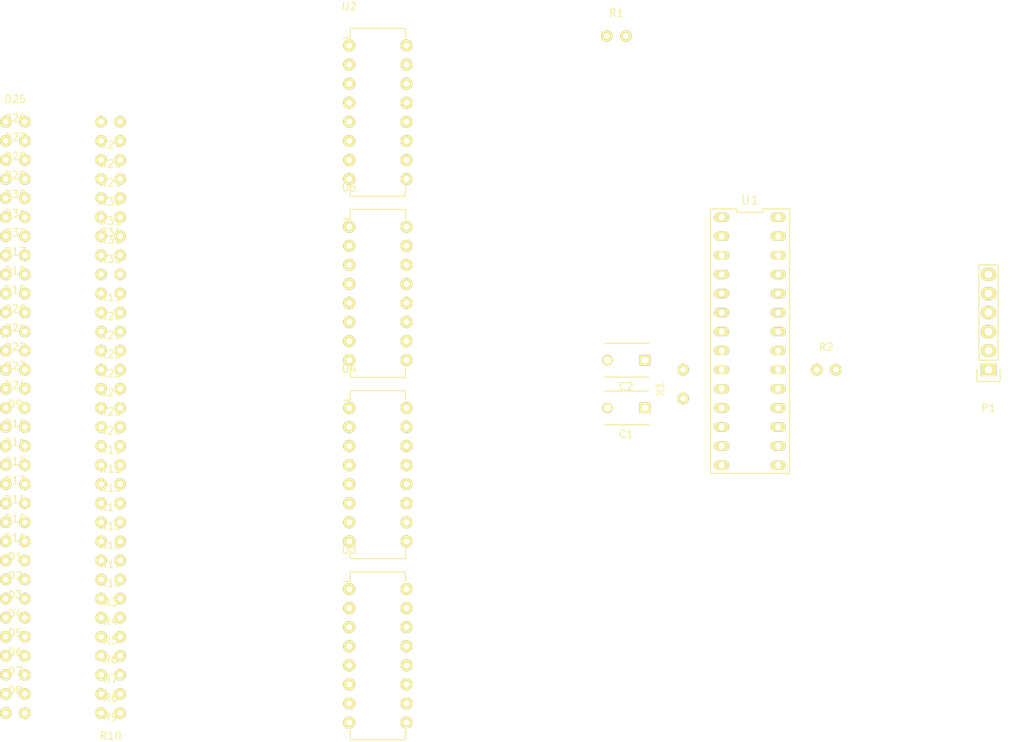
<source format=kicad_pcb>
(kicad_pcb (version 4) (host pcbnew 4.0.1-3.201512221401+6198~38~ubuntu15.10.1-stable)

  (general
    (links 138)
    (no_connects 138)
    (area 0 0 0 0)
    (thickness 1.6)
    (drawings 0)
    (tracks 0)
    (zones 0)
    (modules 75)
    (nets 99)
  )

  (page A4)
  (layers
    (0 F.Cu signal)
    (31 B.Cu signal)
    (32 B.Adhes user)
    (33 F.Adhes user)
    (34 B.Paste user)
    (35 F.Paste user)
    (36 B.SilkS user)
    (37 F.SilkS user)
    (38 B.Mask user)
    (39 F.Mask user)
    (40 Dwgs.User user)
    (41 Cmts.User user)
    (42 Eco1.User user)
    (43 Eco2.User user)
    (44 Edge.Cuts user)
    (45 Margin user)
    (46 B.CrtYd user)
    (47 F.CrtYd user)
    (48 B.Fab user)
    (49 F.Fab user)
  )

  (setup
    (last_trace_width 0.25)
    (trace_clearance 0.2)
    (zone_clearance 0.508)
    (zone_45_only no)
    (trace_min 0.2)
    (segment_width 0.2)
    (edge_width 0.15)
    (via_size 0.6)
    (via_drill 0.4)
    (via_min_size 0.4)
    (via_min_drill 0.3)
    (uvia_size 0.3)
    (uvia_drill 0.1)
    (uvias_allowed no)
    (uvia_min_size 0.2)
    (uvia_min_drill 0.1)
    (pcb_text_width 0.3)
    (pcb_text_size 1.5 1.5)
    (mod_edge_width 0.15)
    (mod_text_size 1 1)
    (mod_text_width 0.15)
    (pad_size 1.524 1.524)
    (pad_drill 0.762)
    (pad_to_mask_clearance 0.2)
    (aux_axis_origin 0 0)
    (visible_elements FFFFFF7F)
    (pcbplotparams
      (layerselection 0x00030_80000001)
      (usegerberextensions false)
      (excludeedgelayer true)
      (linewidth 0.100000)
      (plotframeref false)
      (viasonmask false)
      (mode 1)
      (useauxorigin false)
      (hpglpennumber 1)
      (hpglpenspeed 20)
      (hpglpendiameter 15)
      (hpglpenoverlay 2)
      (psnegative false)
      (psa4output false)
      (plotreference true)
      (plotvalue true)
      (plotinvisibletext false)
      (padsonsilk false)
      (subtractmaskfromsilk false)
      (outputformat 1)
      (mirror false)
      (drillshape 1)
      (scaleselection 1)
      (outputdirectory ""))
  )

  (net 0 "")
  (net 1 "Net-(C2-Pad1)")
  (net 2 "Net-(C1-Pad1)")
  (net 3 "Net-(D1-Pad1)")
  (net 4 GND)
  (net 5 "Net-(D2-Pad1)")
  (net 6 "Net-(D3-Pad1)")
  (net 7 "Net-(D4-Pad1)")
  (net 8 "Net-(D5-Pad1)")
  (net 9 "Net-(D6-Pad1)")
  (net 10 "Net-(D7-Pad1)")
  (net 11 "Net-(D8-Pad1)")
  (net 12 "Net-(D9-Pad1)")
  (net 13 "Net-(D10-Pad1)")
  (net 14 "Net-(D11-Pad1)")
  (net 15 "Net-(D12-Pad1)")
  (net 16 "Net-(D13-Pad1)")
  (net 17 "Net-(D14-Pad1)")
  (net 18 "Net-(D15-Pad1)")
  (net 19 "Net-(D16-Pad1)")
  (net 20 "Net-(D17-Pad1)")
  (net 21 "Net-(D18-Pad1)")
  (net 22 "Net-(D19-Pad1)")
  (net 23 "Net-(D20-Pad1)")
  (net 24 "Net-(D21-Pad1)")
  (net 25 "Net-(D22-Pad1)")
  (net 26 "Net-(D23-Pad1)")
  (net 27 "Net-(D24-Pad1)")
  (net 28 "Net-(D25-Pad1)")
  (net 29 "Net-(D26-Pad1)")
  (net 30 "Net-(D27-Pad1)")
  (net 31 "Net-(D28-Pad1)")
  (net 32 "Net-(D29-Pad1)")
  (net 33 "Net-(D30-Pad1)")
  (net 34 "Net-(D31-Pad1)")
  (net 35 "Net-(D32-Pad1)")
  (net 36 "Net-(R3-Pad2)")
  (net 37 "Net-(R4-Pad2)")
  (net 38 "Net-(R5-Pad2)")
  (net 39 "Net-(R6-Pad2)")
  (net 40 "Net-(R7-Pad2)")
  (net 41 "Net-(R8-Pad2)")
  (net 42 "Net-(R9-Pad2)")
  (net 43 "Net-(R10-Pad2)")
  (net 44 "Net-(R11-Pad2)")
  (net 45 "Net-(R12-Pad2)")
  (net 46 "Net-(R13-Pad2)")
  (net 47 "Net-(R14-Pad2)")
  (net 48 "Net-(R15-Pad2)")
  (net 49 "Net-(R16-Pad2)")
  (net 50 "Net-(R17-Pad2)")
  (net 51 "Net-(R18-Pad2)")
  (net 52 "Net-(R19-Pad2)")
  (net 53 "Net-(R20-Pad2)")
  (net 54 "Net-(R21-Pad2)")
  (net 55 "Net-(R22-Pad2)")
  (net 56 "Net-(R23-Pad2)")
  (net 57 "Net-(R24-Pad2)")
  (net 58 "Net-(R25-Pad2)")
  (net 59 "Net-(R26-Pad2)")
  (net 60 "Net-(R27-Pad2)")
  (net 61 "Net-(R28-Pad2)")
  (net 62 "Net-(R29-Pad2)")
  (net 63 "Net-(R30-Pad2)")
  (net 64 "Net-(R31-Pad2)")
  (net 65 "Net-(R32-Pad2)")
  (net 66 "Net-(R33-Pad2)")
  (net 67 "Net-(R34-Pad2)")
  (net 68 "Net-(U2-Pad9)")
  (net 69 +5V)
  (net 70 "Net-(U1-Pad7)")
  (net 71 "Net-(U1-Pad6)")
  (net 72 "Net-(U1-Pad2)")
  (net 73 VCC)
  (net 74 "Net-(U3-Pad9)")
  (net 75 "Net-(U1-Pad3)")
  (net 76 "Net-(U4-Pad9)")
  (net 77 "Net-(U1-Pad4)")
  (net 78 "Net-(U5-Pad9)")
  (net 79 "Net-(U1-Pad5)")
  (net 80 "Net-(P1-Pad6)")
  (net 81 "Net-(R1-Pad1)")
  (net 82 "Net-(P1-Pad5)")
  (net 83 "Net-(P1-Pad4)")
  (net 84 "Net-(U1-Pad25)")
  (net 85 "Net-(U1-Pad24)")
  (net 86 "Net-(U1-Pad23)")
  (net 87 "Net-(U1-Pad22)")
  (net 88 "Net-(U1-Pad21)")
  (net 89 "Net-(R2-Pad2)")
  (net 90 "Net-(U1-Pad18)")
  (net 91 "Net-(U1-Pad11)")
  (net 92 "Net-(U1-Pad17)")
  (net 93 "Net-(U1-Pad12)")
  (net 94 "Net-(U1-Pad16)")
  (net 95 "Net-(U1-Pad13)")
  (net 96 "Net-(U1-Pad15)")
  (net 97 "Net-(U1-Pad14)")
  (net 98 "Net-(P1-Pad1)")

  (net_class Default "This is the default net class."
    (clearance 0.2)
    (trace_width 0.25)
    (via_dia 0.6)
    (via_drill 0.4)
    (uvia_dia 0.3)
    (uvia_drill 0.1)
    (add_net +5V)
    (add_net GND)
    (add_net "Net-(C1-Pad1)")
    (add_net "Net-(C2-Pad1)")
    (add_net "Net-(D1-Pad1)")
    (add_net "Net-(D10-Pad1)")
    (add_net "Net-(D11-Pad1)")
    (add_net "Net-(D12-Pad1)")
    (add_net "Net-(D13-Pad1)")
    (add_net "Net-(D14-Pad1)")
    (add_net "Net-(D15-Pad1)")
    (add_net "Net-(D16-Pad1)")
    (add_net "Net-(D17-Pad1)")
    (add_net "Net-(D18-Pad1)")
    (add_net "Net-(D19-Pad1)")
    (add_net "Net-(D2-Pad1)")
    (add_net "Net-(D20-Pad1)")
    (add_net "Net-(D21-Pad1)")
    (add_net "Net-(D22-Pad1)")
    (add_net "Net-(D23-Pad1)")
    (add_net "Net-(D24-Pad1)")
    (add_net "Net-(D25-Pad1)")
    (add_net "Net-(D26-Pad1)")
    (add_net "Net-(D27-Pad1)")
    (add_net "Net-(D28-Pad1)")
    (add_net "Net-(D29-Pad1)")
    (add_net "Net-(D3-Pad1)")
    (add_net "Net-(D30-Pad1)")
    (add_net "Net-(D31-Pad1)")
    (add_net "Net-(D32-Pad1)")
    (add_net "Net-(D4-Pad1)")
    (add_net "Net-(D5-Pad1)")
    (add_net "Net-(D6-Pad1)")
    (add_net "Net-(D7-Pad1)")
    (add_net "Net-(D8-Pad1)")
    (add_net "Net-(D9-Pad1)")
    (add_net "Net-(P1-Pad1)")
    (add_net "Net-(P1-Pad4)")
    (add_net "Net-(P1-Pad5)")
    (add_net "Net-(P1-Pad6)")
    (add_net "Net-(R1-Pad1)")
    (add_net "Net-(R10-Pad2)")
    (add_net "Net-(R11-Pad2)")
    (add_net "Net-(R12-Pad2)")
    (add_net "Net-(R13-Pad2)")
    (add_net "Net-(R14-Pad2)")
    (add_net "Net-(R15-Pad2)")
    (add_net "Net-(R16-Pad2)")
    (add_net "Net-(R17-Pad2)")
    (add_net "Net-(R18-Pad2)")
    (add_net "Net-(R19-Pad2)")
    (add_net "Net-(R2-Pad2)")
    (add_net "Net-(R20-Pad2)")
    (add_net "Net-(R21-Pad2)")
    (add_net "Net-(R22-Pad2)")
    (add_net "Net-(R23-Pad2)")
    (add_net "Net-(R24-Pad2)")
    (add_net "Net-(R25-Pad2)")
    (add_net "Net-(R26-Pad2)")
    (add_net "Net-(R27-Pad2)")
    (add_net "Net-(R28-Pad2)")
    (add_net "Net-(R29-Pad2)")
    (add_net "Net-(R3-Pad2)")
    (add_net "Net-(R30-Pad2)")
    (add_net "Net-(R31-Pad2)")
    (add_net "Net-(R32-Pad2)")
    (add_net "Net-(R33-Pad2)")
    (add_net "Net-(R34-Pad2)")
    (add_net "Net-(R4-Pad2)")
    (add_net "Net-(R5-Pad2)")
    (add_net "Net-(R6-Pad2)")
    (add_net "Net-(R7-Pad2)")
    (add_net "Net-(R8-Pad2)")
    (add_net "Net-(R9-Pad2)")
    (add_net "Net-(U1-Pad11)")
    (add_net "Net-(U1-Pad12)")
    (add_net "Net-(U1-Pad13)")
    (add_net "Net-(U1-Pad14)")
    (add_net "Net-(U1-Pad15)")
    (add_net "Net-(U1-Pad16)")
    (add_net "Net-(U1-Pad17)")
    (add_net "Net-(U1-Pad18)")
    (add_net "Net-(U1-Pad2)")
    (add_net "Net-(U1-Pad21)")
    (add_net "Net-(U1-Pad22)")
    (add_net "Net-(U1-Pad23)")
    (add_net "Net-(U1-Pad24)")
    (add_net "Net-(U1-Pad25)")
    (add_net "Net-(U1-Pad3)")
    (add_net "Net-(U1-Pad4)")
    (add_net "Net-(U1-Pad5)")
    (add_net "Net-(U1-Pad6)")
    (add_net "Net-(U1-Pad7)")
    (add_net "Net-(U2-Pad9)")
    (add_net "Net-(U3-Pad9)")
    (add_net "Net-(U4-Pad9)")
    (add_net "Net-(U5-Pad9)")
    (add_net VCC)
  )

  (module led (layer F.Cu) (tedit 56AF10F0) (tstamp 56AF1554)
    (at 31.75 105.41 180)
    (path /56AEFC2C)
    (fp_text reference D1 (at 0 0.5 180) (layer F.SilkS)
      (effects (font (size 1 1) (thickness 0.15)))
    )
    (fp_text value LED (at 0 -0.5 180) (layer F.Fab)
      (effects (font (size 1 1) (thickness 0.15)))
    )
    (pad 1 thru_hole circle (at -1.27 -2.54 180) (size 1.524 1.524) (drill 0.762) (layers *.Cu *.Mask F.SilkS)
      (net 3 "Net-(D1-Pad1)"))
    (pad 2 thru_hole circle (at 1.27 -2.54 180) (size 1.524 1.524) (drill 0.762) (layers *.Cu *.Mask F.SilkS)
      (net 4 GND))
  )

  (module led (layer F.Cu) (tedit 56AF10F0) (tstamp 56AF155A)
    (at 31.75 107.95 180)
    (path /56AEFC69)
    (fp_text reference D2 (at 0 0.5 180) (layer F.SilkS)
      (effects (font (size 1 1) (thickness 0.15)))
    )
    (fp_text value LED (at 0 -0.5 180) (layer F.Fab)
      (effects (font (size 1 1) (thickness 0.15)))
    )
    (pad 1 thru_hole circle (at -1.27 -2.54 180) (size 1.524 1.524) (drill 0.762) (layers *.Cu *.Mask F.SilkS)
      (net 5 "Net-(D2-Pad1)"))
    (pad 2 thru_hole circle (at 1.27 -2.54 180) (size 1.524 1.524) (drill 0.762) (layers *.Cu *.Mask F.SilkS)
      (net 4 GND))
  )

  (module led (layer F.Cu) (tedit 56AF10F0) (tstamp 56AF1560)
    (at 31.75 110.49 180)
    (path /56AEFCA8)
    (fp_text reference D3 (at 0 0.5 180) (layer F.SilkS)
      (effects (font (size 1 1) (thickness 0.15)))
    )
    (fp_text value LED (at 0 -0.5 180) (layer F.Fab)
      (effects (font (size 1 1) (thickness 0.15)))
    )
    (pad 1 thru_hole circle (at -1.27 -2.54 180) (size 1.524 1.524) (drill 0.762) (layers *.Cu *.Mask F.SilkS)
      (net 6 "Net-(D3-Pad1)"))
    (pad 2 thru_hole circle (at 1.27 -2.54 180) (size 1.524 1.524) (drill 0.762) (layers *.Cu *.Mask F.SilkS)
      (net 4 GND))
  )

  (module led (layer F.Cu) (tedit 56AF10F0) (tstamp 56AF1566)
    (at 31.75 113.03 180)
    (path /56AEFCE9)
    (fp_text reference D4 (at 0 0.5 180) (layer F.SilkS)
      (effects (font (size 1 1) (thickness 0.15)))
    )
    (fp_text value LED (at 0 -0.5 180) (layer F.Fab)
      (effects (font (size 1 1) (thickness 0.15)))
    )
    (pad 1 thru_hole circle (at -1.27 -2.54 180) (size 1.524 1.524) (drill 0.762) (layers *.Cu *.Mask F.SilkS)
      (net 7 "Net-(D4-Pad1)"))
    (pad 2 thru_hole circle (at 1.27 -2.54 180) (size 1.524 1.524) (drill 0.762) (layers *.Cu *.Mask F.SilkS)
      (net 4 GND))
  )

  (module led (layer F.Cu) (tedit 56AF10F0) (tstamp 56AF156C)
    (at 31.75 115.57 180)
    (path /56AEFD2C)
    (fp_text reference D5 (at 0 0.5 180) (layer F.SilkS)
      (effects (font (size 1 1) (thickness 0.15)))
    )
    (fp_text value LED (at 0 -0.5 180) (layer F.Fab)
      (effects (font (size 1 1) (thickness 0.15)))
    )
    (pad 1 thru_hole circle (at -1.27 -2.54 180) (size 1.524 1.524) (drill 0.762) (layers *.Cu *.Mask F.SilkS)
      (net 8 "Net-(D5-Pad1)"))
    (pad 2 thru_hole circle (at 1.27 -2.54 180) (size 1.524 1.524) (drill 0.762) (layers *.Cu *.Mask F.SilkS)
      (net 4 GND))
  )

  (module led (layer F.Cu) (tedit 56AF10F0) (tstamp 56AF1572)
    (at 31.75 118.11 180)
    (path /56AEFD71)
    (fp_text reference D6 (at 0 0.5 180) (layer F.SilkS)
      (effects (font (size 1 1) (thickness 0.15)))
    )
    (fp_text value LED (at 0 -0.5 180) (layer F.Fab)
      (effects (font (size 1 1) (thickness 0.15)))
    )
    (pad 1 thru_hole circle (at -1.27 -2.54 180) (size 1.524 1.524) (drill 0.762) (layers *.Cu *.Mask F.SilkS)
      (net 9 "Net-(D6-Pad1)"))
    (pad 2 thru_hole circle (at 1.27 -2.54 180) (size 1.524 1.524) (drill 0.762) (layers *.Cu *.Mask F.SilkS)
      (net 4 GND))
  )

  (module led (layer F.Cu) (tedit 56AF10F0) (tstamp 56AF1578)
    (at 31.75 120.65 180)
    (path /56AEFDB8)
    (fp_text reference D7 (at 0 0.5 180) (layer F.SilkS)
      (effects (font (size 1 1) (thickness 0.15)))
    )
    (fp_text value LED (at 0 -0.5 180) (layer F.Fab)
      (effects (font (size 1 1) (thickness 0.15)))
    )
    (pad 1 thru_hole circle (at -1.27 -2.54 180) (size 1.524 1.524) (drill 0.762) (layers *.Cu *.Mask F.SilkS)
      (net 10 "Net-(D7-Pad1)"))
    (pad 2 thru_hole circle (at 1.27 -2.54 180) (size 1.524 1.524) (drill 0.762) (layers *.Cu *.Mask F.SilkS)
      (net 4 GND))
  )

  (module led (layer F.Cu) (tedit 56AF10F0) (tstamp 56AF157E)
    (at 31.75 123.19 180)
    (path /56AEFE01)
    (fp_text reference D8 (at 0 0.5 180) (layer F.SilkS)
      (effects (font (size 1 1) (thickness 0.15)))
    )
    (fp_text value LED (at 0 -0.5 180) (layer F.Fab)
      (effects (font (size 1 1) (thickness 0.15)))
    )
    (pad 1 thru_hole circle (at -1.27 -2.54 180) (size 1.524 1.524) (drill 0.762) (layers *.Cu *.Mask F.SilkS)
      (net 11 "Net-(D8-Pad1)"))
    (pad 2 thru_hole circle (at 1.27 -2.54 180) (size 1.524 1.524) (drill 0.762) (layers *.Cu *.Mask F.SilkS)
      (net 4 GND))
  )

  (module led (layer F.Cu) (tedit 56AF10F0) (tstamp 56AF1584)
    (at 31.75 85.09 180)
    (path /56AF041E)
    (fp_text reference D9 (at 0 0.5 180) (layer F.SilkS)
      (effects (font (size 1 1) (thickness 0.15)))
    )
    (fp_text value LED (at 0 -0.5 180) (layer F.Fab)
      (effects (font (size 1 1) (thickness 0.15)))
    )
    (pad 1 thru_hole circle (at -1.27 -2.54 180) (size 1.524 1.524) (drill 0.762) (layers *.Cu *.Mask F.SilkS)
      (net 12 "Net-(D9-Pad1)"))
    (pad 2 thru_hole circle (at 1.27 -2.54 180) (size 1.524 1.524) (drill 0.762) (layers *.Cu *.Mask F.SilkS)
      (net 4 GND))
  )

  (module led (layer F.Cu) (tedit 56AF10F0) (tstamp 56AF158A)
    (at 31.75 87.63 180)
    (path /56AF047B)
    (fp_text reference D10 (at 0 0.5 180) (layer F.SilkS)
      (effects (font (size 1 1) (thickness 0.15)))
    )
    (fp_text value LED (at 0 -0.5 180) (layer F.Fab)
      (effects (font (size 1 1) (thickness 0.15)))
    )
    (pad 1 thru_hole circle (at -1.27 -2.54 180) (size 1.524 1.524) (drill 0.762) (layers *.Cu *.Mask F.SilkS)
      (net 13 "Net-(D10-Pad1)"))
    (pad 2 thru_hole circle (at 1.27 -2.54 180) (size 1.524 1.524) (drill 0.762) (layers *.Cu *.Mask F.SilkS)
      (net 4 GND))
  )

  (module led (layer F.Cu) (tedit 56AF10F0) (tstamp 56AF1590)
    (at 31.75 90.17 180)
    (path /56AF04DA)
    (fp_text reference D11 (at 0 0.5 180) (layer F.SilkS)
      (effects (font (size 1 1) (thickness 0.15)))
    )
    (fp_text value LED (at 0 -0.5 180) (layer F.Fab)
      (effects (font (size 1 1) (thickness 0.15)))
    )
    (pad 1 thru_hole circle (at -1.27 -2.54 180) (size 1.524 1.524) (drill 0.762) (layers *.Cu *.Mask F.SilkS)
      (net 14 "Net-(D11-Pad1)"))
    (pad 2 thru_hole circle (at 1.27 -2.54 180) (size 1.524 1.524) (drill 0.762) (layers *.Cu *.Mask F.SilkS)
      (net 4 GND))
  )

  (module led (layer F.Cu) (tedit 56AF10F0) (tstamp 56AF1596)
    (at 31.75 92.71 180)
    (path /56AF053B)
    (fp_text reference D12 (at 0 0.5 180) (layer F.SilkS)
      (effects (font (size 1 1) (thickness 0.15)))
    )
    (fp_text value LED (at 0 -0.5 180) (layer F.Fab)
      (effects (font (size 1 1) (thickness 0.15)))
    )
    (pad 1 thru_hole circle (at -1.27 -2.54 180) (size 1.524 1.524) (drill 0.762) (layers *.Cu *.Mask F.SilkS)
      (net 15 "Net-(D12-Pad1)"))
    (pad 2 thru_hole circle (at 1.27 -2.54 180) (size 1.524 1.524) (drill 0.762) (layers *.Cu *.Mask F.SilkS)
      (net 4 GND))
  )

  (module led (layer F.Cu) (tedit 56AF10F0) (tstamp 56AF159C)
    (at 31.75 95.25 180)
    (path /56AF059E)
    (fp_text reference D13 (at 0 0.5 180) (layer F.SilkS)
      (effects (font (size 1 1) (thickness 0.15)))
    )
    (fp_text value LED (at 0 -0.5 180) (layer F.Fab)
      (effects (font (size 1 1) (thickness 0.15)))
    )
    (pad 1 thru_hole circle (at -1.27 -2.54 180) (size 1.524 1.524) (drill 0.762) (layers *.Cu *.Mask F.SilkS)
      (net 16 "Net-(D13-Pad1)"))
    (pad 2 thru_hole circle (at 1.27 -2.54 180) (size 1.524 1.524) (drill 0.762) (layers *.Cu *.Mask F.SilkS)
      (net 4 GND))
  )

  (module led (layer F.Cu) (tedit 56AF10F0) (tstamp 56AF15A2)
    (at 31.75 97.79 180)
    (path /56AF0603)
    (fp_text reference D14 (at 0 0.5 180) (layer F.SilkS)
      (effects (font (size 1 1) (thickness 0.15)))
    )
    (fp_text value LED (at 0 -0.5 180) (layer F.Fab)
      (effects (font (size 1 1) (thickness 0.15)))
    )
    (pad 1 thru_hole circle (at -1.27 -2.54 180) (size 1.524 1.524) (drill 0.762) (layers *.Cu *.Mask F.SilkS)
      (net 17 "Net-(D14-Pad1)"))
    (pad 2 thru_hole circle (at 1.27 -2.54 180) (size 1.524 1.524) (drill 0.762) (layers *.Cu *.Mask F.SilkS)
      (net 4 GND))
  )

  (module led (layer F.Cu) (tedit 56AF10F0) (tstamp 56AF15A8)
    (at 31.75 100.33 180)
    (path /56AF066A)
    (fp_text reference D15 (at 0 0.5 180) (layer F.SilkS)
      (effects (font (size 1 1) (thickness 0.15)))
    )
    (fp_text value LED (at 0 -0.5 180) (layer F.Fab)
      (effects (font (size 1 1) (thickness 0.15)))
    )
    (pad 1 thru_hole circle (at -1.27 -2.54 180) (size 1.524 1.524) (drill 0.762) (layers *.Cu *.Mask F.SilkS)
      (net 18 "Net-(D15-Pad1)"))
    (pad 2 thru_hole circle (at 1.27 -2.54 180) (size 1.524 1.524) (drill 0.762) (layers *.Cu *.Mask F.SilkS)
      (net 4 GND))
  )

  (module led (layer F.Cu) (tedit 56AF10F0) (tstamp 56AF15AE)
    (at 31.75 102.87 180)
    (path /56AF06D3)
    (fp_text reference D16 (at 0 0.5 180) (layer F.SilkS)
      (effects (font (size 1 1) (thickness 0.15)))
    )
    (fp_text value LED (at 0 -0.5 180) (layer F.Fab)
      (effects (font (size 1 1) (thickness 0.15)))
    )
    (pad 1 thru_hole circle (at -1.27 -2.54 180) (size 1.524 1.524) (drill 0.762) (layers *.Cu *.Mask F.SilkS)
      (net 19 "Net-(D16-Pad1)"))
    (pad 2 thru_hole circle (at 1.27 -2.54 180) (size 1.524 1.524) (drill 0.762) (layers *.Cu *.Mask F.SilkS)
      (net 4 GND))
  )

  (module led (layer F.Cu) (tedit 56AF10F0) (tstamp 56AF15B4)
    (at 31.75 64.77 180)
    (path /56AEFE4C)
    (fp_text reference D17 (at 0 0.5 180) (layer F.SilkS)
      (effects (font (size 1 1) (thickness 0.15)))
    )
    (fp_text value LED (at 0 -0.5 180) (layer F.Fab)
      (effects (font (size 1 1) (thickness 0.15)))
    )
    (pad 1 thru_hole circle (at -1.27 -2.54 180) (size 1.524 1.524) (drill 0.762) (layers *.Cu *.Mask F.SilkS)
      (net 20 "Net-(D17-Pad1)"))
    (pad 2 thru_hole circle (at 1.27 -2.54 180) (size 1.524 1.524) (drill 0.762) (layers *.Cu *.Mask F.SilkS)
      (net 4 GND))
  )

  (module led (layer F.Cu) (tedit 56AF10F0) (tstamp 56AF15BA)
    (at 31.75 67.31 180)
    (path /56AEFE99)
    (fp_text reference D18 (at 0 0.5 180) (layer F.SilkS)
      (effects (font (size 1 1) (thickness 0.15)))
    )
    (fp_text value LED (at 0 -0.5 180) (layer F.Fab)
      (effects (font (size 1 1) (thickness 0.15)))
    )
    (pad 1 thru_hole circle (at -1.27 -2.54 180) (size 1.524 1.524) (drill 0.762) (layers *.Cu *.Mask F.SilkS)
      (net 21 "Net-(D18-Pad1)"))
    (pad 2 thru_hole circle (at 1.27 -2.54 180) (size 1.524 1.524) (drill 0.762) (layers *.Cu *.Mask F.SilkS)
      (net 4 GND))
  )

  (module led (layer F.Cu) (tedit 56AF10F0) (tstamp 56AF15C0)
    (at 31.75 69.85 180)
    (path /56AEFEE8)
    (fp_text reference D19 (at 0 0.5 180) (layer F.SilkS)
      (effects (font (size 1 1) (thickness 0.15)))
    )
    (fp_text value LED (at 0 -0.5 180) (layer F.Fab)
      (effects (font (size 1 1) (thickness 0.15)))
    )
    (pad 1 thru_hole circle (at -1.27 -2.54 180) (size 1.524 1.524) (drill 0.762) (layers *.Cu *.Mask F.SilkS)
      (net 22 "Net-(D19-Pad1)"))
    (pad 2 thru_hole circle (at 1.27 -2.54 180) (size 1.524 1.524) (drill 0.762) (layers *.Cu *.Mask F.SilkS)
      (net 4 GND))
  )

  (module led (layer F.Cu) (tedit 56AF10F0) (tstamp 56AF15C6)
    (at 31.75 72.39 180)
    (path /56AEFF39)
    (fp_text reference D20 (at 0 0.5 180) (layer F.SilkS)
      (effects (font (size 1 1) (thickness 0.15)))
    )
    (fp_text value LED (at 0 -0.5 180) (layer F.Fab)
      (effects (font (size 1 1) (thickness 0.15)))
    )
    (pad 1 thru_hole circle (at -1.27 -2.54 180) (size 1.524 1.524) (drill 0.762) (layers *.Cu *.Mask F.SilkS)
      (net 23 "Net-(D20-Pad1)"))
    (pad 2 thru_hole circle (at 1.27 -2.54 180) (size 1.524 1.524) (drill 0.762) (layers *.Cu *.Mask F.SilkS)
      (net 4 GND))
  )

  (module led (layer F.Cu) (tedit 56AF10F0) (tstamp 56AF15CC)
    (at 31.75 74.93 180)
    (path /56AEFF8C)
    (fp_text reference D21 (at 0 0.5 180) (layer F.SilkS)
      (effects (font (size 1 1) (thickness 0.15)))
    )
    (fp_text value LED (at 0 -0.5 180) (layer F.Fab)
      (effects (font (size 1 1) (thickness 0.15)))
    )
    (pad 1 thru_hole circle (at -1.27 -2.54 180) (size 1.524 1.524) (drill 0.762) (layers *.Cu *.Mask F.SilkS)
      (net 24 "Net-(D21-Pad1)"))
    (pad 2 thru_hole circle (at 1.27 -2.54 180) (size 1.524 1.524) (drill 0.762) (layers *.Cu *.Mask F.SilkS)
      (net 4 GND))
  )

  (module led (layer F.Cu) (tedit 56AF10F0) (tstamp 56AF15D2)
    (at 31.75 77.47 180)
    (path /56AEFFE1)
    (fp_text reference D22 (at 0 0.5 180) (layer F.SilkS)
      (effects (font (size 1 1) (thickness 0.15)))
    )
    (fp_text value LED (at 0 -0.5 180) (layer F.Fab)
      (effects (font (size 1 1) (thickness 0.15)))
    )
    (pad 1 thru_hole circle (at -1.27 -2.54 180) (size 1.524 1.524) (drill 0.762) (layers *.Cu *.Mask F.SilkS)
      (net 25 "Net-(D22-Pad1)"))
    (pad 2 thru_hole circle (at 1.27 -2.54 180) (size 1.524 1.524) (drill 0.762) (layers *.Cu *.Mask F.SilkS)
      (net 4 GND))
  )

  (module led (layer F.Cu) (tedit 56AF10F0) (tstamp 56AF15D8)
    (at 31.75 80.01 180)
    (path /56AF0038)
    (fp_text reference D23 (at 0 0.5 180) (layer F.SilkS)
      (effects (font (size 1 1) (thickness 0.15)))
    )
    (fp_text value LED (at 0 -0.5 180) (layer F.Fab)
      (effects (font (size 1 1) (thickness 0.15)))
    )
    (pad 1 thru_hole circle (at -1.27 -2.54 180) (size 1.524 1.524) (drill 0.762) (layers *.Cu *.Mask F.SilkS)
      (net 26 "Net-(D23-Pad1)"))
    (pad 2 thru_hole circle (at 1.27 -2.54 180) (size 1.524 1.524) (drill 0.762) (layers *.Cu *.Mask F.SilkS)
      (net 4 GND))
  )

  (module led (layer F.Cu) (tedit 56AF10F0) (tstamp 56AF15DE)
    (at 31.75 82.55 180)
    (path /56AF0091)
    (fp_text reference D24 (at 0 0.5 180) (layer F.SilkS)
      (effects (font (size 1 1) (thickness 0.15)))
    )
    (fp_text value LED (at 0 -0.5 180) (layer F.Fab)
      (effects (font (size 1 1) (thickness 0.15)))
    )
    (pad 1 thru_hole circle (at -1.27 -2.54 180) (size 1.524 1.524) (drill 0.762) (layers *.Cu *.Mask F.SilkS)
      (net 27 "Net-(D24-Pad1)"))
    (pad 2 thru_hole circle (at 1.27 -2.54 180) (size 1.524 1.524) (drill 0.762) (layers *.Cu *.Mask F.SilkS)
      (net 4 GND))
  )

  (module led (layer F.Cu) (tedit 56AF10F0) (tstamp 56AF15E4)
    (at 31.75 44.45 180)
    (path /56AEFA25)
    (fp_text reference D25 (at 0 0.5 180) (layer F.SilkS)
      (effects (font (size 1 1) (thickness 0.15)))
    )
    (fp_text value LED (at 0 -0.5 180) (layer F.Fab)
      (effects (font (size 1 1) (thickness 0.15)))
    )
    (pad 1 thru_hole circle (at -1.27 -2.54 180) (size 1.524 1.524) (drill 0.762) (layers *.Cu *.Mask F.SilkS)
      (net 28 "Net-(D25-Pad1)"))
    (pad 2 thru_hole circle (at 1.27 -2.54 180) (size 1.524 1.524) (drill 0.762) (layers *.Cu *.Mask F.SilkS)
      (net 4 GND))
  )

  (module led (layer F.Cu) (tedit 56AF10F0) (tstamp 56AF15EA)
    (at 31.75 46.99 180)
    (path /56AEFA64)
    (fp_text reference D26 (at 0 0.5 180) (layer F.SilkS)
      (effects (font (size 1 1) (thickness 0.15)))
    )
    (fp_text value LED (at 0 -0.5 180) (layer F.Fab)
      (effects (font (size 1 1) (thickness 0.15)))
    )
    (pad 1 thru_hole circle (at -1.27 -2.54 180) (size 1.524 1.524) (drill 0.762) (layers *.Cu *.Mask F.SilkS)
      (net 29 "Net-(D26-Pad1)"))
    (pad 2 thru_hole circle (at 1.27 -2.54 180) (size 1.524 1.524) (drill 0.762) (layers *.Cu *.Mask F.SilkS)
      (net 4 GND))
  )

  (module led (layer F.Cu) (tedit 56AF10F0) (tstamp 56AF15F0)
    (at 31.75 49.53 180)
    (path /56AEFA99)
    (fp_text reference D27 (at 0 0.5 180) (layer F.SilkS)
      (effects (font (size 1 1) (thickness 0.15)))
    )
    (fp_text value LED (at 0 -0.5 180) (layer F.Fab)
      (effects (font (size 1 1) (thickness 0.15)))
    )
    (pad 1 thru_hole circle (at -1.27 -2.54 180) (size 1.524 1.524) (drill 0.762) (layers *.Cu *.Mask F.SilkS)
      (net 30 "Net-(D27-Pad1)"))
    (pad 2 thru_hole circle (at 1.27 -2.54 180) (size 1.524 1.524) (drill 0.762) (layers *.Cu *.Mask F.SilkS)
      (net 4 GND))
  )

  (module led (layer F.Cu) (tedit 56AF10F0) (tstamp 56AF15F6)
    (at 31.75 52.07 180)
    (path /56AEFAD6)
    (fp_text reference D28 (at 0 0.5 180) (layer F.SilkS)
      (effects (font (size 1 1) (thickness 0.15)))
    )
    (fp_text value LED (at 0 -0.5 180) (layer F.Fab)
      (effects (font (size 1 1) (thickness 0.15)))
    )
    (pad 1 thru_hole circle (at -1.27 -2.54 180) (size 1.524 1.524) (drill 0.762) (layers *.Cu *.Mask F.SilkS)
      (net 31 "Net-(D28-Pad1)"))
    (pad 2 thru_hole circle (at 1.27 -2.54 180) (size 1.524 1.524) (drill 0.762) (layers *.Cu *.Mask F.SilkS)
      (net 4 GND))
  )

  (module led (layer F.Cu) (tedit 56AF10F0) (tstamp 56AF15FC)
    (at 31.75 54.61 180)
    (path /56AEFB4C)
    (fp_text reference D29 (at 0 0.5 180) (layer F.SilkS)
      (effects (font (size 1 1) (thickness 0.15)))
    )
    (fp_text value LED (at 0 -0.5 180) (layer F.Fab)
      (effects (font (size 1 1) (thickness 0.15)))
    )
    (pad 1 thru_hole circle (at -1.27 -2.54 180) (size 1.524 1.524) (drill 0.762) (layers *.Cu *.Mask F.SilkS)
      (net 32 "Net-(D29-Pad1)"))
    (pad 2 thru_hole circle (at 1.27 -2.54 180) (size 1.524 1.524) (drill 0.762) (layers *.Cu *.Mask F.SilkS)
      (net 4 GND))
  )

  (module led (layer F.Cu) (tedit 56AF10F0) (tstamp 56AF1602)
    (at 31.75 57.15 180)
    (path /56AEFB81)
    (fp_text reference D30 (at 0 0.5 180) (layer F.SilkS)
      (effects (font (size 1 1) (thickness 0.15)))
    )
    (fp_text value LED (at 0 -0.5 180) (layer F.Fab)
      (effects (font (size 1 1) (thickness 0.15)))
    )
    (pad 1 thru_hole circle (at -1.27 -2.54 180) (size 1.524 1.524) (drill 0.762) (layers *.Cu *.Mask F.SilkS)
      (net 33 "Net-(D30-Pad1)"))
    (pad 2 thru_hole circle (at 1.27 -2.54 180) (size 1.524 1.524) (drill 0.762) (layers *.Cu *.Mask F.SilkS)
      (net 4 GND))
  )

  (module led (layer F.Cu) (tedit 56AF10F0) (tstamp 56AF1608)
    (at 31.75 59.69 180)
    (path /56AEFBB8)
    (fp_text reference D31 (at 0 0.5 180) (layer F.SilkS)
      (effects (font (size 1 1) (thickness 0.15)))
    )
    (fp_text value LED (at 0 -0.5 180) (layer F.Fab)
      (effects (font (size 1 1) (thickness 0.15)))
    )
    (pad 1 thru_hole circle (at -1.27 -2.54 180) (size 1.524 1.524) (drill 0.762) (layers *.Cu *.Mask F.SilkS)
      (net 34 "Net-(D31-Pad1)"))
    (pad 2 thru_hole circle (at 1.27 -2.54 180) (size 1.524 1.524) (drill 0.762) (layers *.Cu *.Mask F.SilkS)
      (net 4 GND))
  )

  (module led (layer F.Cu) (tedit 56AF10F0) (tstamp 56AF160E)
    (at 31.75 62.23 180)
    (path /56AEFBF1)
    (fp_text reference D32 (at 0 0.5 180) (layer F.SilkS)
      (effects (font (size 1 1) (thickness 0.15)))
    )
    (fp_text value LED (at 0 -0.5 180) (layer F.Fab)
      (effects (font (size 1 1) (thickness 0.15)))
    )
    (pad 1 thru_hole circle (at -1.27 -2.54 180) (size 1.524 1.524) (drill 0.762) (layers *.Cu *.Mask F.SilkS)
      (net 35 "Net-(D32-Pad1)"))
    (pad 2 thru_hole circle (at 1.27 -2.54 180) (size 1.524 1.524) (drill 0.762) (layers *.Cu *.Mask F.SilkS)
      (net 4 GND))
  )

  (module resistor (layer F.Cu) (tedit 56AF1325) (tstamp 56AF1614)
    (at 44.45 110.49)
    (path /56AF113C)
    (fp_text reference R3 (at 0 0.5) (layer F.SilkS)
      (effects (font (size 1 1) (thickness 0.15)))
    )
    (fp_text value 100 (at 0 -0.5) (layer F.Fab)
      (effects (font (size 1 1) (thickness 0.15)))
    )
    (pad 1 thru_hole circle (at -1.27 -2.54) (size 1.524 1.524) (drill 0.762) (layers *.Cu *.Mask F.SilkS)
      (net 3 "Net-(D1-Pad1)"))
    (pad 2 thru_hole circle (at 1.27 -2.54) (size 1.524 1.524) (drill 0.762) (layers *.Cu *.Mask F.SilkS)
      (net 36 "Net-(R3-Pad2)"))
  )

  (module resistor (layer F.Cu) (tedit 56AF1325) (tstamp 56AF161A)
    (at 44.45 113.03)
    (path /56AF1202)
    (fp_text reference R4 (at 0 0.5) (layer F.SilkS)
      (effects (font (size 1 1) (thickness 0.15)))
    )
    (fp_text value 100 (at 0 -0.5) (layer F.Fab)
      (effects (font (size 1 1) (thickness 0.15)))
    )
    (pad 1 thru_hole circle (at -1.27 -2.54) (size 1.524 1.524) (drill 0.762) (layers *.Cu *.Mask F.SilkS)
      (net 5 "Net-(D2-Pad1)"))
    (pad 2 thru_hole circle (at 1.27 -2.54) (size 1.524 1.524) (drill 0.762) (layers *.Cu *.Mask F.SilkS)
      (net 37 "Net-(R4-Pad2)"))
  )

  (module resistor (layer F.Cu) (tedit 56AF1325) (tstamp 56AF1620)
    (at 44.45 115.57)
    (path /56AF12B5)
    (fp_text reference R5 (at 0 0.5) (layer F.SilkS)
      (effects (font (size 1 1) (thickness 0.15)))
    )
    (fp_text value 100 (at 0 -0.5) (layer F.Fab)
      (effects (font (size 1 1) (thickness 0.15)))
    )
    (pad 1 thru_hole circle (at -1.27 -2.54) (size 1.524 1.524) (drill 0.762) (layers *.Cu *.Mask F.SilkS)
      (net 6 "Net-(D3-Pad1)"))
    (pad 2 thru_hole circle (at 1.27 -2.54) (size 1.524 1.524) (drill 0.762) (layers *.Cu *.Mask F.SilkS)
      (net 38 "Net-(R5-Pad2)"))
  )

  (module resistor (layer F.Cu) (tedit 56AF1325) (tstamp 56AF1626)
    (at 44.45 118.11)
    (path /56AF1367)
    (fp_text reference R6 (at 0 0.5) (layer F.SilkS)
      (effects (font (size 1 1) (thickness 0.15)))
    )
    (fp_text value 100 (at 0 -0.5) (layer F.Fab)
      (effects (font (size 1 1) (thickness 0.15)))
    )
    (pad 1 thru_hole circle (at -1.27 -2.54) (size 1.524 1.524) (drill 0.762) (layers *.Cu *.Mask F.SilkS)
      (net 7 "Net-(D4-Pad1)"))
    (pad 2 thru_hole circle (at 1.27 -2.54) (size 1.524 1.524) (drill 0.762) (layers *.Cu *.Mask F.SilkS)
      (net 39 "Net-(R6-Pad2)"))
  )

  (module resistor (layer F.Cu) (tedit 56AF1325) (tstamp 56AF162C)
    (at 44.45 120.65)
    (path /56AF141C)
    (fp_text reference R7 (at 0 0.5) (layer F.SilkS)
      (effects (font (size 1 1) (thickness 0.15)))
    )
    (fp_text value 100 (at 0 -0.5) (layer F.Fab)
      (effects (font (size 1 1) (thickness 0.15)))
    )
    (pad 1 thru_hole circle (at -1.27 -2.54) (size 1.524 1.524) (drill 0.762) (layers *.Cu *.Mask F.SilkS)
      (net 8 "Net-(D5-Pad1)"))
    (pad 2 thru_hole circle (at 1.27 -2.54) (size 1.524 1.524) (drill 0.762) (layers *.Cu *.Mask F.SilkS)
      (net 40 "Net-(R7-Pad2)"))
  )

  (module resistor (layer F.Cu) (tedit 56AF1325) (tstamp 56AF1632)
    (at 44.45 123.19)
    (path /56AF14D8)
    (fp_text reference R8 (at 0 0.5) (layer F.SilkS)
      (effects (font (size 1 1) (thickness 0.15)))
    )
    (fp_text value 100 (at 0 -0.5) (layer F.Fab)
      (effects (font (size 1 1) (thickness 0.15)))
    )
    (pad 1 thru_hole circle (at -1.27 -2.54) (size 1.524 1.524) (drill 0.762) (layers *.Cu *.Mask F.SilkS)
      (net 9 "Net-(D6-Pad1)"))
    (pad 2 thru_hole circle (at 1.27 -2.54) (size 1.524 1.524) (drill 0.762) (layers *.Cu *.Mask F.SilkS)
      (net 41 "Net-(R8-Pad2)"))
  )

  (module resistor (layer F.Cu) (tedit 56AF1325) (tstamp 56AF1638)
    (at 44.45 125.73)
    (path /56AF1593)
    (fp_text reference R9 (at 0 0.5) (layer F.SilkS)
      (effects (font (size 1 1) (thickness 0.15)))
    )
    (fp_text value 100 (at 0 -0.5) (layer F.Fab)
      (effects (font (size 1 1) (thickness 0.15)))
    )
    (pad 1 thru_hole circle (at -1.27 -2.54) (size 1.524 1.524) (drill 0.762) (layers *.Cu *.Mask F.SilkS)
      (net 10 "Net-(D7-Pad1)"))
    (pad 2 thru_hole circle (at 1.27 -2.54) (size 1.524 1.524) (drill 0.762) (layers *.Cu *.Mask F.SilkS)
      (net 42 "Net-(R9-Pad2)"))
  )

  (module resistor (layer F.Cu) (tedit 56AF1325) (tstamp 56AF163E)
    (at 44.45 128.27)
    (path /56AF1651)
    (fp_text reference R10 (at 0 0.5) (layer F.SilkS)
      (effects (font (size 1 1) (thickness 0.15)))
    )
    (fp_text value 100 (at 0 -0.5) (layer F.Fab)
      (effects (font (size 1 1) (thickness 0.15)))
    )
    (pad 1 thru_hole circle (at -1.27 -2.54) (size 1.524 1.524) (drill 0.762) (layers *.Cu *.Mask F.SilkS)
      (net 11 "Net-(D8-Pad1)"))
    (pad 2 thru_hole circle (at 1.27 -2.54) (size 1.524 1.524) (drill 0.762) (layers *.Cu *.Mask F.SilkS)
      (net 43 "Net-(R10-Pad2)"))
  )

  (module resistor (layer F.Cu) (tedit 56AF1325) (tstamp 56AF1644)
    (at 44.45 90.17)
    (path /56AF1712)
    (fp_text reference R11 (at 0 0.5) (layer F.SilkS)
      (effects (font (size 1 1) (thickness 0.15)))
    )
    (fp_text value 100 (at 0 -0.5) (layer F.Fab)
      (effects (font (size 1 1) (thickness 0.15)))
    )
    (pad 1 thru_hole circle (at -1.27 -2.54) (size 1.524 1.524) (drill 0.762) (layers *.Cu *.Mask F.SilkS)
      (net 12 "Net-(D9-Pad1)"))
    (pad 2 thru_hole circle (at 1.27 -2.54) (size 1.524 1.524) (drill 0.762) (layers *.Cu *.Mask F.SilkS)
      (net 44 "Net-(R11-Pad2)"))
  )

  (module resistor (layer F.Cu) (tedit 56AF1325) (tstamp 56AF164A)
    (at 44.45 92.71)
    (path /56AF17EC)
    (fp_text reference R12 (at 0 0.5) (layer F.SilkS)
      (effects (font (size 1 1) (thickness 0.15)))
    )
    (fp_text value 100 (at 0 -0.5) (layer F.Fab)
      (effects (font (size 1 1) (thickness 0.15)))
    )
    (pad 1 thru_hole circle (at -1.27 -2.54) (size 1.524 1.524) (drill 0.762) (layers *.Cu *.Mask F.SilkS)
      (net 13 "Net-(D10-Pad1)"))
    (pad 2 thru_hole circle (at 1.27 -2.54) (size 1.524 1.524) (drill 0.762) (layers *.Cu *.Mask F.SilkS)
      (net 45 "Net-(R12-Pad2)"))
  )

  (module resistor (layer F.Cu) (tedit 56AF1325) (tstamp 56AF1650)
    (at 44.45 95.25)
    (path /56AF18B3)
    (fp_text reference R13 (at 0 0.5) (layer F.SilkS)
      (effects (font (size 1 1) (thickness 0.15)))
    )
    (fp_text value 100 (at 0 -0.5) (layer F.Fab)
      (effects (font (size 1 1) (thickness 0.15)))
    )
    (pad 1 thru_hole circle (at -1.27 -2.54) (size 1.524 1.524) (drill 0.762) (layers *.Cu *.Mask F.SilkS)
      (net 14 "Net-(D11-Pad1)"))
    (pad 2 thru_hole circle (at 1.27 -2.54) (size 1.524 1.524) (drill 0.762) (layers *.Cu *.Mask F.SilkS)
      (net 46 "Net-(R13-Pad2)"))
  )

  (module resistor (layer F.Cu) (tedit 56AF1325) (tstamp 56AF1656)
    (at 44.45 97.79)
    (path /56AF197D)
    (fp_text reference R14 (at 0 0.5) (layer F.SilkS)
      (effects (font (size 1 1) (thickness 0.15)))
    )
    (fp_text value 100 (at 0 -0.5) (layer F.Fab)
      (effects (font (size 1 1) (thickness 0.15)))
    )
    (pad 1 thru_hole circle (at -1.27 -2.54) (size 1.524 1.524) (drill 0.762) (layers *.Cu *.Mask F.SilkS)
      (net 15 "Net-(D12-Pad1)"))
    (pad 2 thru_hole circle (at 1.27 -2.54) (size 1.524 1.524) (drill 0.762) (layers *.Cu *.Mask F.SilkS)
      (net 47 "Net-(R14-Pad2)"))
  )

  (module resistor (layer F.Cu) (tedit 56AF1325) (tstamp 56AF165C)
    (at 44.45 100.33)
    (path /56AF1A4A)
    (fp_text reference R15 (at 0 0.5) (layer F.SilkS)
      (effects (font (size 1 1) (thickness 0.15)))
    )
    (fp_text value 100 (at 0 -0.5) (layer F.Fab)
      (effects (font (size 1 1) (thickness 0.15)))
    )
    (pad 1 thru_hole circle (at -1.27 -2.54) (size 1.524 1.524) (drill 0.762) (layers *.Cu *.Mask F.SilkS)
      (net 16 "Net-(D13-Pad1)"))
    (pad 2 thru_hole circle (at 1.27 -2.54) (size 1.524 1.524) (drill 0.762) (layers *.Cu *.Mask F.SilkS)
      (net 48 "Net-(R15-Pad2)"))
  )

  (module resistor (layer F.Cu) (tedit 56AF1325) (tstamp 56AF1662)
    (at 44.45 102.87)
    (path /56AF1B1A)
    (fp_text reference R16 (at 0 0.5) (layer F.SilkS)
      (effects (font (size 1 1) (thickness 0.15)))
    )
    (fp_text value 100 (at 0 -0.5) (layer F.Fab)
      (effects (font (size 1 1) (thickness 0.15)))
    )
    (pad 1 thru_hole circle (at -1.27 -2.54) (size 1.524 1.524) (drill 0.762) (layers *.Cu *.Mask F.SilkS)
      (net 17 "Net-(D14-Pad1)"))
    (pad 2 thru_hole circle (at 1.27 -2.54) (size 1.524 1.524) (drill 0.762) (layers *.Cu *.Mask F.SilkS)
      (net 49 "Net-(R16-Pad2)"))
  )

  (module resistor (layer F.Cu) (tedit 56AF1325) (tstamp 56AF1668)
    (at 44.45 105.41)
    (path /56AF1BED)
    (fp_text reference R17 (at 0 0.5) (layer F.SilkS)
      (effects (font (size 1 1) (thickness 0.15)))
    )
    (fp_text value 100 (at 0 -0.5) (layer F.Fab)
      (effects (font (size 1 1) (thickness 0.15)))
    )
    (pad 1 thru_hole circle (at -1.27 -2.54) (size 1.524 1.524) (drill 0.762) (layers *.Cu *.Mask F.SilkS)
      (net 18 "Net-(D15-Pad1)"))
    (pad 2 thru_hole circle (at 1.27 -2.54) (size 1.524 1.524) (drill 0.762) (layers *.Cu *.Mask F.SilkS)
      (net 50 "Net-(R17-Pad2)"))
  )

  (module resistor (layer F.Cu) (tedit 56AF1325) (tstamp 56AF166E)
    (at 44.45 107.95)
    (path /56AF1CC7)
    (fp_text reference R18 (at 0 0.5) (layer F.SilkS)
      (effects (font (size 1 1) (thickness 0.15)))
    )
    (fp_text value 100 (at 0 -0.5) (layer F.Fab)
      (effects (font (size 1 1) (thickness 0.15)))
    )
    (pad 1 thru_hole circle (at -1.27 -2.54) (size 1.524 1.524) (drill 0.762) (layers *.Cu *.Mask F.SilkS)
      (net 19 "Net-(D16-Pad1)"))
    (pad 2 thru_hole circle (at 1.27 -2.54) (size 1.524 1.524) (drill 0.762) (layers *.Cu *.Mask F.SilkS)
      (net 51 "Net-(R18-Pad2)"))
  )

  (module resistor (layer F.Cu) (tedit 56AF1325) (tstamp 56AF1674)
    (at 44.45 69.85)
    (path /56AF1DA0)
    (fp_text reference R19 (at 0 0.5) (layer F.SilkS)
      (effects (font (size 1 1) (thickness 0.15)))
    )
    (fp_text value 100 (at 0 -0.5) (layer F.Fab)
      (effects (font (size 1 1) (thickness 0.15)))
    )
    (pad 1 thru_hole circle (at -1.27 -2.54) (size 1.524 1.524) (drill 0.762) (layers *.Cu *.Mask F.SilkS)
      (net 20 "Net-(D17-Pad1)"))
    (pad 2 thru_hole circle (at 1.27 -2.54) (size 1.524 1.524) (drill 0.762) (layers *.Cu *.Mask F.SilkS)
      (net 52 "Net-(R19-Pad2)"))
  )

  (module resistor (layer F.Cu) (tedit 56AF1325) (tstamp 56AF167A)
    (at 44.45 72.39)
    (path /56AF1FB8)
    (fp_text reference R20 (at 0 0.5) (layer F.SilkS)
      (effects (font (size 1 1) (thickness 0.15)))
    )
    (fp_text value 100 (at 0 -0.5) (layer F.Fab)
      (effects (font (size 1 1) (thickness 0.15)))
    )
    (pad 1 thru_hole circle (at -1.27 -2.54) (size 1.524 1.524) (drill 0.762) (layers *.Cu *.Mask F.SilkS)
      (net 21 "Net-(D18-Pad1)"))
    (pad 2 thru_hole circle (at 1.27 -2.54) (size 1.524 1.524) (drill 0.762) (layers *.Cu *.Mask F.SilkS)
      (net 53 "Net-(R20-Pad2)"))
  )

  (module resistor (layer F.Cu) (tedit 56AF1325) (tstamp 56AF1680)
    (at 44.45 74.93)
    (path /56AF209B)
    (fp_text reference R21 (at 0 0.5) (layer F.SilkS)
      (effects (font (size 1 1) (thickness 0.15)))
    )
    (fp_text value 100 (at 0 -0.5) (layer F.Fab)
      (effects (font (size 1 1) (thickness 0.15)))
    )
    (pad 1 thru_hole circle (at -1.27 -2.54) (size 1.524 1.524) (drill 0.762) (layers *.Cu *.Mask F.SilkS)
      (net 22 "Net-(D19-Pad1)"))
    (pad 2 thru_hole circle (at 1.27 -2.54) (size 1.524 1.524) (drill 0.762) (layers *.Cu *.Mask F.SilkS)
      (net 54 "Net-(R21-Pad2)"))
  )

  (module resistor (layer F.Cu) (tedit 56AF1325) (tstamp 56AF1686)
    (at 44.45 77.47)
    (path /56AF217D)
    (fp_text reference R22 (at 0 0.5) (layer F.SilkS)
      (effects (font (size 1 1) (thickness 0.15)))
    )
    (fp_text value 100 (at 0 -0.5) (layer F.Fab)
      (effects (font (size 1 1) (thickness 0.15)))
    )
    (pad 1 thru_hole circle (at -1.27 -2.54) (size 1.524 1.524) (drill 0.762) (layers *.Cu *.Mask F.SilkS)
      (net 23 "Net-(D20-Pad1)"))
    (pad 2 thru_hole circle (at 1.27 -2.54) (size 1.524 1.524) (drill 0.762) (layers *.Cu *.Mask F.SilkS)
      (net 55 "Net-(R22-Pad2)"))
  )

  (module resistor (layer F.Cu) (tedit 56AF1325) (tstamp 56AF168C)
    (at 44.45 80.01)
    (path /56AF2262)
    (fp_text reference R23 (at 0 0.5) (layer F.SilkS)
      (effects (font (size 1 1) (thickness 0.15)))
    )
    (fp_text value 100 (at 0 -0.5) (layer F.Fab)
      (effects (font (size 1 1) (thickness 0.15)))
    )
    (pad 1 thru_hole circle (at -1.27 -2.54) (size 1.524 1.524) (drill 0.762) (layers *.Cu *.Mask F.SilkS)
      (net 24 "Net-(D21-Pad1)"))
    (pad 2 thru_hole circle (at 1.27 -2.54) (size 1.524 1.524) (drill 0.762) (layers *.Cu *.Mask F.SilkS)
      (net 56 "Net-(R23-Pad2)"))
  )

  (module resistor (layer F.Cu) (tedit 56AF1325) (tstamp 56AF1692)
    (at 44.45 82.55)
    (path /56AF234A)
    (fp_text reference R24 (at 0 0.5) (layer F.SilkS)
      (effects (font (size 1 1) (thickness 0.15)))
    )
    (fp_text value 100 (at 0 -0.5) (layer F.Fab)
      (effects (font (size 1 1) (thickness 0.15)))
    )
    (pad 1 thru_hole circle (at -1.27 -2.54) (size 1.524 1.524) (drill 0.762) (layers *.Cu *.Mask F.SilkS)
      (net 25 "Net-(D22-Pad1)"))
    (pad 2 thru_hole circle (at 1.27 -2.54) (size 1.524 1.524) (drill 0.762) (layers *.Cu *.Mask F.SilkS)
      (net 57 "Net-(R24-Pad2)"))
  )

  (module resistor (layer F.Cu) (tedit 56AF1325) (tstamp 56AF1698)
    (at 44.45 85.09)
    (path /56AF243D)
    (fp_text reference R25 (at 0 0.5) (layer F.SilkS)
      (effects (font (size 1 1) (thickness 0.15)))
    )
    (fp_text value 100 (at 0 -0.5) (layer F.Fab)
      (effects (font (size 1 1) (thickness 0.15)))
    )
    (pad 1 thru_hole circle (at -1.27 -2.54) (size 1.524 1.524) (drill 0.762) (layers *.Cu *.Mask F.SilkS)
      (net 26 "Net-(D23-Pad1)"))
    (pad 2 thru_hole circle (at 1.27 -2.54) (size 1.524 1.524) (drill 0.762) (layers *.Cu *.Mask F.SilkS)
      (net 58 "Net-(R25-Pad2)"))
  )

  (module resistor (layer F.Cu) (tedit 56AF1325) (tstamp 56AF169E)
    (at 44.45 87.63)
    (path /56AF252B)
    (fp_text reference R26 (at 0 0.5) (layer F.SilkS)
      (effects (font (size 1 1) (thickness 0.15)))
    )
    (fp_text value 100 (at 0 -0.5) (layer F.Fab)
      (effects (font (size 1 1) (thickness 0.15)))
    )
    (pad 1 thru_hole circle (at -1.27 -2.54) (size 1.524 1.524) (drill 0.762) (layers *.Cu *.Mask F.SilkS)
      (net 27 "Net-(D24-Pad1)"))
    (pad 2 thru_hole circle (at 1.27 -2.54) (size 1.524 1.524) (drill 0.762) (layers *.Cu *.Mask F.SilkS)
      (net 59 "Net-(R26-Pad2)"))
  )

  (module resistor (layer F.Cu) (tedit 56AF1325) (tstamp 56AF16A4)
    (at 44.45 49.53)
    (path /56AF09E9)
    (fp_text reference R27 (at 0 0.5) (layer F.SilkS)
      (effects (font (size 1 1) (thickness 0.15)))
    )
    (fp_text value 100 (at 0 -0.5) (layer F.Fab)
      (effects (font (size 1 1) (thickness 0.15)))
    )
    (pad 1 thru_hole circle (at -1.27 -2.54) (size 1.524 1.524) (drill 0.762) (layers *.Cu *.Mask F.SilkS)
      (net 28 "Net-(D25-Pad1)"))
    (pad 2 thru_hole circle (at 1.27 -2.54) (size 1.524 1.524) (drill 0.762) (layers *.Cu *.Mask F.SilkS)
      (net 60 "Net-(R27-Pad2)"))
  )

  (module resistor (layer F.Cu) (tedit 56AF1325) (tstamp 56AF16AA)
    (at 44.45 52.07)
    (path /56AF0CD8)
    (fp_text reference R28 (at 0 0.5) (layer F.SilkS)
      (effects (font (size 1 1) (thickness 0.15)))
    )
    (fp_text value 100 (at 0 -0.5) (layer F.Fab)
      (effects (font (size 1 1) (thickness 0.15)))
    )
    (pad 1 thru_hole circle (at -1.27 -2.54) (size 1.524 1.524) (drill 0.762) (layers *.Cu *.Mask F.SilkS)
      (net 29 "Net-(D26-Pad1)"))
    (pad 2 thru_hole circle (at 1.27 -2.54) (size 1.524 1.524) (drill 0.762) (layers *.Cu *.Mask F.SilkS)
      (net 61 "Net-(R28-Pad2)"))
  )

  (module resistor (layer F.Cu) (tedit 56AF1325) (tstamp 56AF16B0)
    (at 44.45 54.61)
    (path /56AF0D73)
    (fp_text reference R29 (at 0 0.5) (layer F.SilkS)
      (effects (font (size 1 1) (thickness 0.15)))
    )
    (fp_text value 100 (at 0 -0.5) (layer F.Fab)
      (effects (font (size 1 1) (thickness 0.15)))
    )
    (pad 1 thru_hole circle (at -1.27 -2.54) (size 1.524 1.524) (drill 0.762) (layers *.Cu *.Mask F.SilkS)
      (net 30 "Net-(D27-Pad1)"))
    (pad 2 thru_hole circle (at 1.27 -2.54) (size 1.524 1.524) (drill 0.762) (layers *.Cu *.Mask F.SilkS)
      (net 62 "Net-(R29-Pad2)"))
  )

  (module resistor (layer F.Cu) (tedit 56AF1325) (tstamp 56AF16B6)
    (at 44.45 57.15)
    (path /56AF0E0D)
    (fp_text reference R30 (at 0 0.5) (layer F.SilkS)
      (effects (font (size 1 1) (thickness 0.15)))
    )
    (fp_text value 100 (at 0 -0.5) (layer F.Fab)
      (effects (font (size 1 1) (thickness 0.15)))
    )
    (pad 1 thru_hole circle (at -1.27 -2.54) (size 1.524 1.524) (drill 0.762) (layers *.Cu *.Mask F.SilkS)
      (net 31 "Net-(D28-Pad1)"))
    (pad 2 thru_hole circle (at 1.27 -2.54) (size 1.524 1.524) (drill 0.762) (layers *.Cu *.Mask F.SilkS)
      (net 63 "Net-(R30-Pad2)"))
  )

  (module resistor (layer F.Cu) (tedit 56AF1325) (tstamp 56AF16BC)
    (at 44.45 59.69)
    (path /56AF0EAA)
    (fp_text reference R31 (at 0 0.5) (layer F.SilkS)
      (effects (font (size 1 1) (thickness 0.15)))
    )
    (fp_text value 100 (at 0 -0.5) (layer F.Fab)
      (effects (font (size 1 1) (thickness 0.15)))
    )
    (pad 1 thru_hole circle (at -1.27 -2.54) (size 1.524 1.524) (drill 0.762) (layers *.Cu *.Mask F.SilkS)
      (net 32 "Net-(D29-Pad1)"))
    (pad 2 thru_hole circle (at 1.27 -2.54) (size 1.524 1.524) (drill 0.762) (layers *.Cu *.Mask F.SilkS)
      (net 64 "Net-(R31-Pad2)"))
  )

  (module resistor (layer F.Cu) (tedit 56AF1325) (tstamp 56AF16C2)
    (at 44.45 62.23)
    (path /56AF0F4A)
    (fp_text reference R32 (at 0 0.5) (layer F.SilkS)
      (effects (font (size 1 1) (thickness 0.15)))
    )
    (fp_text value 100 (at 0 -0.5) (layer F.Fab)
      (effects (font (size 1 1) (thickness 0.15)))
    )
    (pad 1 thru_hole circle (at -1.27 -2.54) (size 1.524 1.524) (drill 0.762) (layers *.Cu *.Mask F.SilkS)
      (net 33 "Net-(D30-Pad1)"))
    (pad 2 thru_hole circle (at 1.27 -2.54) (size 1.524 1.524) (drill 0.762) (layers *.Cu *.Mask F.SilkS)
      (net 65 "Net-(R32-Pad2)"))
  )

  (module resistor (layer F.Cu) (tedit 56AF1325) (tstamp 56AF16C8)
    (at 44.45 64.77)
    (path /56AF0FED)
    (fp_text reference R33 (at 0 0.5) (layer F.SilkS)
      (effects (font (size 1 1) (thickness 0.15)))
    )
    (fp_text value 100 (at 0 -0.5) (layer F.Fab)
      (effects (font (size 1 1) (thickness 0.15)))
    )
    (pad 1 thru_hole circle (at -1.27 -2.54) (size 1.524 1.524) (drill 0.762) (layers *.Cu *.Mask F.SilkS)
      (net 34 "Net-(D31-Pad1)"))
    (pad 2 thru_hole circle (at 1.27 -2.54) (size 1.524 1.524) (drill 0.762) (layers *.Cu *.Mask F.SilkS)
      (net 66 "Net-(R33-Pad2)"))
  )

  (module resistor (layer F.Cu) (tedit 56AF1325) (tstamp 56AF16CE)
    (at 44.45 62.23 180)
    (path /56AF1093)
    (fp_text reference R34 (at 0 0.5 180) (layer F.SilkS)
      (effects (font (size 1 1) (thickness 0.15)))
    )
    (fp_text value 100 (at 0 -0.5 180) (layer F.Fab)
      (effects (font (size 1 1) (thickness 0.15)))
    )
    (pad 1 thru_hole circle (at -1.27 -2.54 180) (size 1.524 1.524) (drill 0.762) (layers *.Cu *.Mask F.SilkS)
      (net 35 "Net-(D32-Pad1)"))
    (pad 2 thru_hole circle (at 1.27 -2.54 180) (size 1.524 1.524) (drill 0.762) (layers *.Cu *.Mask F.SilkS)
      (net 67 "Net-(R34-Pad2)"))
  )

  (module crystal (layer F.Cu) (tedit 56AF0EA0) (tstamp 56AF16D4)
    (at 118.11 82.55 270)
    (path /56AECB80)
    (fp_text reference X1 (at 0 0.5 270) (layer F.SilkS)
      (effects (font (size 1 1) (thickness 0.15)))
    )
    (fp_text value "20 MHz" (at 0 -0.5 270) (layer F.Fab)
      (effects (font (size 1 1) (thickness 0.15)))
    )
    (pad 1 thru_hole circle (at -2.54 -2.54 270) (size 1.524 1.524) (drill 0.762) (layers *.Cu *.Mask F.SilkS)
      (net 1 "Net-(C2-Pad1)"))
    (pad 2 thru_hole circle (at 1.27 -2.54 270) (size 1.524 1.524) (drill 0.762) (layers *.Cu *.Mask F.SilkS)
      (net 2 "Net-(C1-Pad1)"))
  )

  (module 74HC594 (layer F.Cu) (tedit 54130A77) (tstamp 56B02B4B)
    (at 76.2 36.83)
    (descr "16-lead dip package, row spacing 7.62 mm (300 mils)")
    (tags "dil dip 2.54 300")
    (path /56AEE8F5)
    (fp_text reference U2 (at 0 -5.22) (layer F.SilkS)
      (effects (font (size 1 1) (thickness 0.15)))
    )
    (fp_text value 74HC594 (at 0 -3.72) (layer F.Fab)
      (effects (font (size 1 1) (thickness 0.15)))
    )
    (fp_line (start -1.05 -2.45) (end -1.05 20.25) (layer F.CrtYd) (width 0.05))
    (fp_line (start 8.65 -2.45) (end 8.65 20.25) (layer F.CrtYd) (width 0.05))
    (fp_line (start -1.05 -2.45) (end 8.65 -2.45) (layer F.CrtYd) (width 0.05))
    (fp_line (start -1.05 20.25) (end 8.65 20.25) (layer F.CrtYd) (width 0.05))
    (fp_line (start 0.135 -2.295) (end 0.135 -1.025) (layer F.SilkS) (width 0.15))
    (fp_line (start 7.485 -2.295) (end 7.485 -1.025) (layer F.SilkS) (width 0.15))
    (fp_line (start 7.485 20.075) (end 7.485 18.805) (layer F.SilkS) (width 0.15))
    (fp_line (start 0.135 20.075) (end 0.135 18.805) (layer F.SilkS) (width 0.15))
    (fp_line (start 0.135 -2.295) (end 7.485 -2.295) (layer F.SilkS) (width 0.15))
    (fp_line (start 0.135 20.075) (end 7.485 20.075) (layer F.SilkS) (width 0.15))
    (fp_line (start 0.135 -1.025) (end -0.8 -1.025) (layer F.SilkS) (width 0.15))
    (pad 1 thru_hole oval (at 0 0) (size 1.6 1.6) (drill 0.8) (layers *.Cu *.Mask F.SilkS)
      (net 61 "Net-(R28-Pad2)"))
    (pad 2 thru_hole oval (at 0 2.54) (size 1.6 1.6) (drill 0.8) (layers *.Cu *.Mask F.SilkS)
      (net 62 "Net-(R29-Pad2)"))
    (pad 3 thru_hole oval (at 0 5.08) (size 1.6 1.6) (drill 0.8) (layers *.Cu *.Mask F.SilkS)
      (net 63 "Net-(R30-Pad2)"))
    (pad 4 thru_hole oval (at 0 7.62) (size 1.6 1.6) (drill 0.8) (layers *.Cu *.Mask F.SilkS)
      (net 64 "Net-(R31-Pad2)"))
    (pad 5 thru_hole oval (at 0 10.16) (size 1.6 1.6) (drill 0.8) (layers *.Cu *.Mask F.SilkS)
      (net 65 "Net-(R32-Pad2)"))
    (pad 6 thru_hole oval (at 0 12.7) (size 1.6 1.6) (drill 0.8) (layers *.Cu *.Mask F.SilkS)
      (net 66 "Net-(R33-Pad2)"))
    (pad 7 thru_hole oval (at 0 15.24) (size 1.6 1.6) (drill 0.8) (layers *.Cu *.Mask F.SilkS)
      (net 67 "Net-(R34-Pad2)"))
    (pad 8 thru_hole oval (at 0 17.78) (size 1.6 1.6) (drill 0.8) (layers *.Cu *.Mask F.SilkS)
      (net 4 GND))
    (pad 9 thru_hole oval (at 7.62 17.78) (size 1.6 1.6) (drill 0.8) (layers *.Cu *.Mask F.SilkS)
      (net 68 "Net-(U2-Pad9)"))
    (pad 10 thru_hole oval (at 7.62 15.24) (size 1.6 1.6) (drill 0.8) (layers *.Cu *.Mask F.SilkS)
      (net 69 +5V))
    (pad 11 thru_hole oval (at 7.62 12.7) (size 1.6 1.6) (drill 0.8) (layers *.Cu *.Mask F.SilkS)
      (net 70 "Net-(U1-Pad7)"))
    (pad 12 thru_hole oval (at 7.62 10.16) (size 1.6 1.6) (drill 0.8) (layers *.Cu *.Mask F.SilkS)
      (net 71 "Net-(U1-Pad6)"))
    (pad 13 thru_hole oval (at 7.62 7.62) (size 1.6 1.6) (drill 0.8) (layers *.Cu *.Mask F.SilkS)
      (net 69 +5V))
    (pad 14 thru_hole oval (at 7.62 5.08) (size 1.6 1.6) (drill 0.8) (layers *.Cu *.Mask F.SilkS)
      (net 72 "Net-(U1-Pad2)"))
    (pad 15 thru_hole oval (at 7.62 2.54) (size 1.6 1.6) (drill 0.8) (layers *.Cu *.Mask F.SilkS)
      (net 60 "Net-(R27-Pad2)"))
    (pad 16 thru_hole oval (at 7.62 0) (size 1.6 1.6) (drill 0.8) (layers *.Cu *.Mask F.SilkS)
      (net 73 VCC))
    (model Housings_DIP.3dshapes/DIP-16_W7.62mm.wrl
      (at (xyz 0 0 0))
      (scale (xyz 1 1 1))
      (rotate (xyz 0 0 0))
    )
  )

  (module 74HC594 (layer F.Cu) (tedit 54130A77) (tstamp 56B02B6A)
    (at 76.2 109.22)
    (descr "16-lead dip package, row spacing 7.62 mm (300 mils)")
    (tags "dil dip 2.54 300")
    (path /56AEE96E)
    (fp_text reference U3 (at 0 -5.22) (layer F.SilkS)
      (effects (font (size 1 1) (thickness 0.15)))
    )
    (fp_text value 74HC594 (at 0 -3.72) (layer F.Fab)
      (effects (font (size 1 1) (thickness 0.15)))
    )
    (fp_line (start -1.05 -2.45) (end -1.05 20.25) (layer F.CrtYd) (width 0.05))
    (fp_line (start 8.65 -2.45) (end 8.65 20.25) (layer F.CrtYd) (width 0.05))
    (fp_line (start -1.05 -2.45) (end 8.65 -2.45) (layer F.CrtYd) (width 0.05))
    (fp_line (start -1.05 20.25) (end 8.65 20.25) (layer F.CrtYd) (width 0.05))
    (fp_line (start 0.135 -2.295) (end 0.135 -1.025) (layer F.SilkS) (width 0.15))
    (fp_line (start 7.485 -2.295) (end 7.485 -1.025) (layer F.SilkS) (width 0.15))
    (fp_line (start 7.485 20.075) (end 7.485 18.805) (layer F.SilkS) (width 0.15))
    (fp_line (start 0.135 20.075) (end 0.135 18.805) (layer F.SilkS) (width 0.15))
    (fp_line (start 0.135 -2.295) (end 7.485 -2.295) (layer F.SilkS) (width 0.15))
    (fp_line (start 0.135 20.075) (end 7.485 20.075) (layer F.SilkS) (width 0.15))
    (fp_line (start 0.135 -1.025) (end -0.8 -1.025) (layer F.SilkS) (width 0.15))
    (pad 1 thru_hole oval (at 0 0) (size 1.6 1.6) (drill 0.8) (layers *.Cu *.Mask F.SilkS)
      (net 37 "Net-(R4-Pad2)"))
    (pad 2 thru_hole oval (at 0 2.54) (size 1.6 1.6) (drill 0.8) (layers *.Cu *.Mask F.SilkS)
      (net 38 "Net-(R5-Pad2)"))
    (pad 3 thru_hole oval (at 0 5.08) (size 1.6 1.6) (drill 0.8) (layers *.Cu *.Mask F.SilkS)
      (net 39 "Net-(R6-Pad2)"))
    (pad 4 thru_hole oval (at 0 7.62) (size 1.6 1.6) (drill 0.8) (layers *.Cu *.Mask F.SilkS)
      (net 40 "Net-(R7-Pad2)"))
    (pad 5 thru_hole oval (at 0 10.16) (size 1.6 1.6) (drill 0.8) (layers *.Cu *.Mask F.SilkS)
      (net 41 "Net-(R8-Pad2)"))
    (pad 6 thru_hole oval (at 0 12.7) (size 1.6 1.6) (drill 0.8) (layers *.Cu *.Mask F.SilkS)
      (net 42 "Net-(R9-Pad2)"))
    (pad 7 thru_hole oval (at 0 15.24) (size 1.6 1.6) (drill 0.8) (layers *.Cu *.Mask F.SilkS)
      (net 43 "Net-(R10-Pad2)"))
    (pad 8 thru_hole oval (at 0 17.78) (size 1.6 1.6) (drill 0.8) (layers *.Cu *.Mask F.SilkS)
      (net 4 GND))
    (pad 9 thru_hole oval (at 7.62 17.78) (size 1.6 1.6) (drill 0.8) (layers *.Cu *.Mask F.SilkS)
      (net 74 "Net-(U3-Pad9)"))
    (pad 10 thru_hole oval (at 7.62 15.24) (size 1.6 1.6) (drill 0.8) (layers *.Cu *.Mask F.SilkS)
      (net 69 +5V))
    (pad 11 thru_hole oval (at 7.62 12.7) (size 1.6 1.6) (drill 0.8) (layers *.Cu *.Mask F.SilkS)
      (net 70 "Net-(U1-Pad7)"))
    (pad 12 thru_hole oval (at 7.62 10.16) (size 1.6 1.6) (drill 0.8) (layers *.Cu *.Mask F.SilkS)
      (net 71 "Net-(U1-Pad6)"))
    (pad 13 thru_hole oval (at 7.62 7.62) (size 1.6 1.6) (drill 0.8) (layers *.Cu *.Mask F.SilkS)
      (net 69 +5V))
    (pad 14 thru_hole oval (at 7.62 5.08) (size 1.6 1.6) (drill 0.8) (layers *.Cu *.Mask F.SilkS)
      (net 75 "Net-(U1-Pad3)"))
    (pad 15 thru_hole oval (at 7.62 2.54) (size 1.6 1.6) (drill 0.8) (layers *.Cu *.Mask F.SilkS)
      (net 36 "Net-(R3-Pad2)"))
    (pad 16 thru_hole oval (at 7.62 0) (size 1.6 1.6) (drill 0.8) (layers *.Cu *.Mask F.SilkS)
      (net 73 VCC))
    (model Housings_DIP.3dshapes/DIP-16_W7.62mm.wrl
      (at (xyz 0 0 0))
      (scale (xyz 1 1 1))
      (rotate (xyz 0 0 0))
    )
  )

  (module 74HC594 (layer F.Cu) (tedit 54130A77) (tstamp 56B02B89)
    (at 76.2 85.09)
    (descr "16-lead dip package, row spacing 7.62 mm (300 mils)")
    (tags "dil dip 2.54 300")
    (path /56AEE995)
    (fp_text reference U4 (at 0 -5.22) (layer F.SilkS)
      (effects (font (size 1 1) (thickness 0.15)))
    )
    (fp_text value 74HC594 (at 0 -3.72) (layer F.Fab)
      (effects (font (size 1 1) (thickness 0.15)))
    )
    (fp_line (start -1.05 -2.45) (end -1.05 20.25) (layer F.CrtYd) (width 0.05))
    (fp_line (start 8.65 -2.45) (end 8.65 20.25) (layer F.CrtYd) (width 0.05))
    (fp_line (start -1.05 -2.45) (end 8.65 -2.45) (layer F.CrtYd) (width 0.05))
    (fp_line (start -1.05 20.25) (end 8.65 20.25) (layer F.CrtYd) (width 0.05))
    (fp_line (start 0.135 -2.295) (end 0.135 -1.025) (layer F.SilkS) (width 0.15))
    (fp_line (start 7.485 -2.295) (end 7.485 -1.025) (layer F.SilkS) (width 0.15))
    (fp_line (start 7.485 20.075) (end 7.485 18.805) (layer F.SilkS) (width 0.15))
    (fp_line (start 0.135 20.075) (end 0.135 18.805) (layer F.SilkS) (width 0.15))
    (fp_line (start 0.135 -2.295) (end 7.485 -2.295) (layer F.SilkS) (width 0.15))
    (fp_line (start 0.135 20.075) (end 7.485 20.075) (layer F.SilkS) (width 0.15))
    (fp_line (start 0.135 -1.025) (end -0.8 -1.025) (layer F.SilkS) (width 0.15))
    (pad 1 thru_hole oval (at 0 0) (size 1.6 1.6) (drill 0.8) (layers *.Cu *.Mask F.SilkS)
      (net 45 "Net-(R12-Pad2)"))
    (pad 2 thru_hole oval (at 0 2.54) (size 1.6 1.6) (drill 0.8) (layers *.Cu *.Mask F.SilkS)
      (net 46 "Net-(R13-Pad2)"))
    (pad 3 thru_hole oval (at 0 5.08) (size 1.6 1.6) (drill 0.8) (layers *.Cu *.Mask F.SilkS)
      (net 47 "Net-(R14-Pad2)"))
    (pad 4 thru_hole oval (at 0 7.62) (size 1.6 1.6) (drill 0.8) (layers *.Cu *.Mask F.SilkS)
      (net 48 "Net-(R15-Pad2)"))
    (pad 5 thru_hole oval (at 0 10.16) (size 1.6 1.6) (drill 0.8) (layers *.Cu *.Mask F.SilkS)
      (net 49 "Net-(R16-Pad2)"))
    (pad 6 thru_hole oval (at 0 12.7) (size 1.6 1.6) (drill 0.8) (layers *.Cu *.Mask F.SilkS)
      (net 50 "Net-(R17-Pad2)"))
    (pad 7 thru_hole oval (at 0 15.24) (size 1.6 1.6) (drill 0.8) (layers *.Cu *.Mask F.SilkS)
      (net 51 "Net-(R18-Pad2)"))
    (pad 8 thru_hole oval (at 0 17.78) (size 1.6 1.6) (drill 0.8) (layers *.Cu *.Mask F.SilkS)
      (net 4 GND))
    (pad 9 thru_hole oval (at 7.62 17.78) (size 1.6 1.6) (drill 0.8) (layers *.Cu *.Mask F.SilkS)
      (net 76 "Net-(U4-Pad9)"))
    (pad 10 thru_hole oval (at 7.62 15.24) (size 1.6 1.6) (drill 0.8) (layers *.Cu *.Mask F.SilkS)
      (net 69 +5V))
    (pad 11 thru_hole oval (at 7.62 12.7) (size 1.6 1.6) (drill 0.8) (layers *.Cu *.Mask F.SilkS)
      (net 70 "Net-(U1-Pad7)"))
    (pad 12 thru_hole oval (at 7.62 10.16) (size 1.6 1.6) (drill 0.8) (layers *.Cu *.Mask F.SilkS)
      (net 71 "Net-(U1-Pad6)"))
    (pad 13 thru_hole oval (at 7.62 7.62) (size 1.6 1.6) (drill 0.8) (layers *.Cu *.Mask F.SilkS)
      (net 69 +5V))
    (pad 14 thru_hole oval (at 7.62 5.08) (size 1.6 1.6) (drill 0.8) (layers *.Cu *.Mask F.SilkS)
      (net 77 "Net-(U1-Pad4)"))
    (pad 15 thru_hole oval (at 7.62 2.54) (size 1.6 1.6) (drill 0.8) (layers *.Cu *.Mask F.SilkS)
      (net 44 "Net-(R11-Pad2)"))
    (pad 16 thru_hole oval (at 7.62 0) (size 1.6 1.6) (drill 0.8) (layers *.Cu *.Mask F.SilkS)
      (net 73 VCC))
    (model Housings_DIP.3dshapes/DIP-16_W7.62mm.wrl
      (at (xyz 0 0 0))
      (scale (xyz 1 1 1))
      (rotate (xyz 0 0 0))
    )
  )

  (module 74HC594 (layer F.Cu) (tedit 54130A77) (tstamp 56B02BA8)
    (at 76.2 60.96)
    (descr "16-lead dip package, row spacing 7.62 mm (300 mils)")
    (tags "dil dip 2.54 300")
    (path /56AEE9E0)
    (fp_text reference U5 (at 0 -5.22) (layer F.SilkS)
      (effects (font (size 1 1) (thickness 0.15)))
    )
    (fp_text value 74HC594 (at 0 -3.72) (layer F.Fab)
      (effects (font (size 1 1) (thickness 0.15)))
    )
    (fp_line (start -1.05 -2.45) (end -1.05 20.25) (layer F.CrtYd) (width 0.05))
    (fp_line (start 8.65 -2.45) (end 8.65 20.25) (layer F.CrtYd) (width 0.05))
    (fp_line (start -1.05 -2.45) (end 8.65 -2.45) (layer F.CrtYd) (width 0.05))
    (fp_line (start -1.05 20.25) (end 8.65 20.25) (layer F.CrtYd) (width 0.05))
    (fp_line (start 0.135 -2.295) (end 0.135 -1.025) (layer F.SilkS) (width 0.15))
    (fp_line (start 7.485 -2.295) (end 7.485 -1.025) (layer F.SilkS) (width 0.15))
    (fp_line (start 7.485 20.075) (end 7.485 18.805) (layer F.SilkS) (width 0.15))
    (fp_line (start 0.135 20.075) (end 0.135 18.805) (layer F.SilkS) (width 0.15))
    (fp_line (start 0.135 -2.295) (end 7.485 -2.295) (layer F.SilkS) (width 0.15))
    (fp_line (start 0.135 20.075) (end 7.485 20.075) (layer F.SilkS) (width 0.15))
    (fp_line (start 0.135 -1.025) (end -0.8 -1.025) (layer F.SilkS) (width 0.15))
    (pad 1 thru_hole oval (at 0 0) (size 1.6 1.6) (drill 0.8) (layers *.Cu *.Mask F.SilkS)
      (net 53 "Net-(R20-Pad2)"))
    (pad 2 thru_hole oval (at 0 2.54) (size 1.6 1.6) (drill 0.8) (layers *.Cu *.Mask F.SilkS)
      (net 54 "Net-(R21-Pad2)"))
    (pad 3 thru_hole oval (at 0 5.08) (size 1.6 1.6) (drill 0.8) (layers *.Cu *.Mask F.SilkS)
      (net 55 "Net-(R22-Pad2)"))
    (pad 4 thru_hole oval (at 0 7.62) (size 1.6 1.6) (drill 0.8) (layers *.Cu *.Mask F.SilkS)
      (net 56 "Net-(R23-Pad2)"))
    (pad 5 thru_hole oval (at 0 10.16) (size 1.6 1.6) (drill 0.8) (layers *.Cu *.Mask F.SilkS)
      (net 57 "Net-(R24-Pad2)"))
    (pad 6 thru_hole oval (at 0 12.7) (size 1.6 1.6) (drill 0.8) (layers *.Cu *.Mask F.SilkS)
      (net 58 "Net-(R25-Pad2)"))
    (pad 7 thru_hole oval (at 0 15.24) (size 1.6 1.6) (drill 0.8) (layers *.Cu *.Mask F.SilkS)
      (net 59 "Net-(R26-Pad2)"))
    (pad 8 thru_hole oval (at 0 17.78) (size 1.6 1.6) (drill 0.8) (layers *.Cu *.Mask F.SilkS)
      (net 4 GND))
    (pad 9 thru_hole oval (at 7.62 17.78) (size 1.6 1.6) (drill 0.8) (layers *.Cu *.Mask F.SilkS)
      (net 78 "Net-(U5-Pad9)"))
    (pad 10 thru_hole oval (at 7.62 15.24) (size 1.6 1.6) (drill 0.8) (layers *.Cu *.Mask F.SilkS)
      (net 69 +5V))
    (pad 11 thru_hole oval (at 7.62 12.7) (size 1.6 1.6) (drill 0.8) (layers *.Cu *.Mask F.SilkS)
      (net 70 "Net-(U1-Pad7)"))
    (pad 12 thru_hole oval (at 7.62 10.16) (size 1.6 1.6) (drill 0.8) (layers *.Cu *.Mask F.SilkS)
      (net 71 "Net-(U1-Pad6)"))
    (pad 13 thru_hole oval (at 7.62 7.62) (size 1.6 1.6) (drill 0.8) (layers *.Cu *.Mask F.SilkS)
      (net 69 +5V))
    (pad 14 thru_hole oval (at 7.62 5.08) (size 1.6 1.6) (drill 0.8) (layers *.Cu *.Mask F.SilkS)
      (net 79 "Net-(U1-Pad5)"))
    (pad 15 thru_hole oval (at 7.62 2.54) (size 1.6 1.6) (drill 0.8) (layers *.Cu *.Mask F.SilkS)
      (net 52 "Net-(R19-Pad2)"))
    (pad 16 thru_hole oval (at 7.62 0) (size 1.6 1.6) (drill 0.8) (layers *.Cu *.Mask F.SilkS)
      (net 73 VCC))
    (model Housings_DIP.3dshapes/DIP-16_W7.62mm.wrl
      (at (xyz 0 0 0))
      (scale (xyz 1 1 1))
      (rotate (xyz 0 0 0))
    )
  )

  (module PIC18F2450 (layer F.Cu) (tedit 56C06BD3) (tstamp 56C06E7C)
    (at 129.54 76.2 270)
    (path /56A7CF4B)
    (fp_text reference U1 (at -18.81 0 360) (layer F.SilkS)
      (effects (font (size 1.2 1.2) (thickness 0.15)))
    )
    (fp_text value PIC18F2450 (at 0 0 270) (layer F.Fab)
      (effects (font (size 1.2 1.2) (thickness 0.15)))
    )
    (fp_line (start -17.61 5.259999) (end 17.61 5.26) (layer F.SilkS) (width 0.15))
    (fp_line (start 17.61 5.26) (end 17.61 -5.259999) (layer F.SilkS) (width 0.15))
    (fp_line (start 17.61 -5.259999) (end -17.61 -5.26) (layer F.SilkS) (width 0.15))
    (fp_line (start -17.61 -5.26) (end -17.61 -1.753333) (layer F.SilkS) (width 0.15))
    (fp_line (start -17.61 -1.753333) (end -17.16 -1.753333) (layer F.SilkS) (width 0.15))
    (fp_line (start -17.16 -1.753333) (end -17.16 1.753333) (layer F.SilkS) (width 0.15))
    (fp_line (start -17.16 1.753333) (end -17.61 1.753333) (layer F.SilkS) (width 0.15))
    (fp_line (start -17.61 1.753333) (end -17.61 5.259999) (layer F.SilkS) (width 0.15))
    (pad 28 thru_hole oval (at -16.51 -3.76 270) (size 1.2 2) (drill 0.8) (layers *.Cu *.Mask F.SilkS)
      (net 80 "Net-(P1-Pad6)"))
    (pad 1 thru_hole oval (at -16.51 3.76 270) (size 1.2 2) (drill 0.8) (layers *.Cu *.Mask F.SilkS)
      (net 81 "Net-(R1-Pad1)"))
    (pad 27 thru_hole oval (at -13.97 -3.76 270) (size 1.2 2) (drill 0.8) (layers *.Cu *.Mask F.SilkS)
      (net 82 "Net-(P1-Pad5)"))
    (pad 2 thru_hole oval (at -13.97 3.76 270) (size 1.2 2) (drill 0.8) (layers *.Cu *.Mask F.SilkS)
      (net 72 "Net-(U1-Pad2)"))
    (pad 26 thru_hole oval (at -11.43 -3.76 270) (size 1.2 2) (drill 0.8) (layers *.Cu *.Mask F.SilkS)
      (net 83 "Net-(P1-Pad4)"))
    (pad 3 thru_hole oval (at -11.43 3.76 270) (size 1.2 2) (drill 0.8) (layers *.Cu *.Mask F.SilkS)
      (net 75 "Net-(U1-Pad3)"))
    (pad 25 thru_hole oval (at -8.89 -3.76 270) (size 1.2 2) (drill 0.8) (layers *.Cu *.Mask F.SilkS)
      (net 84 "Net-(U1-Pad25)"))
    (pad 4 thru_hole oval (at -8.89 3.76 270) (size 1.2 2) (drill 0.8) (layers *.Cu *.Mask F.SilkS)
      (net 77 "Net-(U1-Pad4)"))
    (pad 24 thru_hole oval (at -6.35 -3.76 270) (size 1.2 2) (drill 0.8) (layers *.Cu *.Mask F.SilkS)
      (net 85 "Net-(U1-Pad24)"))
    (pad 5 thru_hole oval (at -6.35 3.76 270) (size 1.2 2) (drill 0.8) (layers *.Cu *.Mask F.SilkS)
      (net 79 "Net-(U1-Pad5)"))
    (pad 23 thru_hole oval (at -3.81 -3.76 270) (size 1.2 2) (drill 0.8) (layers *.Cu *.Mask F.SilkS)
      (net 86 "Net-(U1-Pad23)"))
    (pad 6 thru_hole oval (at -3.81 3.76 270) (size 1.2 2) (drill 0.8) (layers *.Cu *.Mask F.SilkS)
      (net 71 "Net-(U1-Pad6)"))
    (pad 22 thru_hole oval (at -1.27 -3.76 270) (size 1.2 2) (drill 0.8) (layers *.Cu *.Mask F.SilkS)
      (net 87 "Net-(U1-Pad22)"))
    (pad 7 thru_hole oval (at -1.27 3.76 270) (size 1.2 2) (drill 0.8) (layers *.Cu *.Mask F.SilkS)
      (net 70 "Net-(U1-Pad7)"))
    (pad 21 thru_hole oval (at 1.27 -3.76 270) (size 1.2 2) (drill 0.8) (layers *.Cu *.Mask F.SilkS)
      (net 88 "Net-(U1-Pad21)"))
    (pad 8 thru_hole oval (at 1.27 3.76 270) (size 1.2 2) (drill 0.8) (layers *.Cu *.Mask F.SilkS)
      (net 4 GND))
    (pad 20 thru_hole oval (at 3.81 -3.76 270) (size 1.2 2) (drill 0.8) (layers *.Cu *.Mask F.SilkS)
      (net 89 "Net-(R2-Pad2)"))
    (pad 9 thru_hole oval (at 3.81 3.76 270) (size 1.2 2) (drill 0.8) (layers *.Cu *.Mask F.SilkS)
      (net 1 "Net-(C2-Pad1)"))
    (pad 19 thru_hole oval (at 6.35 -3.76 270) (size 1.2 2) (drill 0.8) (layers *.Cu *.Mask F.SilkS)
      (net 4 GND))
    (pad 10 thru_hole oval (at 6.35 3.76 270) (size 1.2 2) (drill 0.8) (layers *.Cu *.Mask F.SilkS)
      (net 2 "Net-(C1-Pad1)"))
    (pad 18 thru_hole oval (at 8.89 -3.76 270) (size 1.2 2) (drill 0.8) (layers *.Cu *.Mask F.SilkS)
      (net 90 "Net-(U1-Pad18)"))
    (pad 11 thru_hole oval (at 8.89 3.76 270) (size 1.2 2) (drill 0.8) (layers *.Cu *.Mask F.SilkS)
      (net 91 "Net-(U1-Pad11)"))
    (pad 17 thru_hole oval (at 11.43 -3.76 270) (size 1.2 2) (drill 0.8) (layers *.Cu *.Mask F.SilkS)
      (net 92 "Net-(U1-Pad17)"))
    (pad 12 thru_hole oval (at 11.43 3.76 270) (size 1.2 2) (drill 0.8) (layers *.Cu *.Mask F.SilkS)
      (net 93 "Net-(U1-Pad12)"))
    (pad 16 thru_hole oval (at 13.97 -3.76 270) (size 1.2 2) (drill 0.8) (layers *.Cu *.Mask F.SilkS)
      (net 94 "Net-(U1-Pad16)"))
    (pad 13 thru_hole oval (at 13.97 3.76 270) (size 1.2 2) (drill 0.8) (layers *.Cu *.Mask F.SilkS)
      (net 95 "Net-(U1-Pad13)"))
    (pad 15 thru_hole oval (at 16.51 -3.76 270) (size 1.2 2) (drill 0.8) (layers *.Cu *.Mask F.SilkS)
      (net 96 "Net-(U1-Pad15)"))
    (pad 14 thru_hole oval (at 16.51 3.76 270) (size 1.2 2) (drill 0.8) (layers *.Cu *.Mask F.SilkS)
      (net 97 "Net-(U1-Pad14)"))
  )

  (module Pin_Header_Straight_1x06 (layer F.Cu) (tedit 0) (tstamp 56C0715C)
    (at 161.29 80.01 180)
    (descr "Through hole pin header")
    (tags "pin header")
    (path /56AECDBE)
    (fp_text reference P1 (at 0 -5.1 180) (layer F.SilkS)
      (effects (font (size 1 1) (thickness 0.15)))
    )
    (fp_text value "ICD3 header" (at 0 -3.1 180) (layer F.Fab)
      (effects (font (size 1 1) (thickness 0.15)))
    )
    (fp_line (start -1.75 -1.75) (end -1.75 14.45) (layer F.CrtYd) (width 0.05))
    (fp_line (start 1.75 -1.75) (end 1.75 14.45) (layer F.CrtYd) (width 0.05))
    (fp_line (start -1.75 -1.75) (end 1.75 -1.75) (layer F.CrtYd) (width 0.05))
    (fp_line (start -1.75 14.45) (end 1.75 14.45) (layer F.CrtYd) (width 0.05))
    (fp_line (start 1.27 1.27) (end 1.27 13.97) (layer F.SilkS) (width 0.15))
    (fp_line (start 1.27 13.97) (end -1.27 13.97) (layer F.SilkS) (width 0.15))
    (fp_line (start -1.27 13.97) (end -1.27 1.27) (layer F.SilkS) (width 0.15))
    (fp_line (start 1.55 -1.55) (end 1.55 0) (layer F.SilkS) (width 0.15))
    (fp_line (start 1.27 1.27) (end -1.27 1.27) (layer F.SilkS) (width 0.15))
    (fp_line (start -1.55 0) (end -1.55 -1.55) (layer F.SilkS) (width 0.15))
    (fp_line (start -1.55 -1.55) (end 1.55 -1.55) (layer F.SilkS) (width 0.15))
    (pad 1 thru_hole rect (at 0 0 180) (size 2.032 1.7272) (drill 1.016) (layers *.Cu *.Mask F.SilkS)
      (net 98 "Net-(P1-Pad1)"))
    (pad 2 thru_hole oval (at 0 2.54 180) (size 2.032 1.7272) (drill 1.016) (layers *.Cu *.Mask F.SilkS)
      (net 69 +5V))
    (pad 3 thru_hole oval (at 0 5.08 180) (size 2.032 1.7272) (drill 1.016) (layers *.Cu *.Mask F.SilkS)
      (net 4 GND))
    (pad 4 thru_hole oval (at 0 7.62 180) (size 2.032 1.7272) (drill 1.016) (layers *.Cu *.Mask F.SilkS)
      (net 83 "Net-(P1-Pad4)"))
    (pad 5 thru_hole oval (at 0 10.16 180) (size 2.032 1.7272) (drill 1.016) (layers *.Cu *.Mask F.SilkS)
      (net 82 "Net-(P1-Pad5)"))
    (pad 6 thru_hole oval (at 0 12.7 180) (size 2.032 1.7272) (drill 1.016) (layers *.Cu *.Mask F.SilkS)
      (net 80 "Net-(P1-Pad6)"))
    (model Pin_Headers.3dshapes/Pin_Header_Straight_1x06.wrl
      (at (xyz 0 -0.25 0))
      (scale (xyz 1 1 1))
      (rotate (xyz 0 0 90))
    )
  )

  (module resistor (layer F.Cu) (tedit 56AF1325) (tstamp 56C07335)
    (at 111.76 33.02 180)
    (path /56AA4181)
    (fp_text reference R1 (at 0 0.5 180) (layer F.SilkS)
      (effects (font (size 1 1) (thickness 0.15)))
    )
    (fp_text value 100 (at 0 -0.5 180) (layer F.Fab)
      (effects (font (size 1 1) (thickness 0.15)))
    )
    (pad 1 thru_hole circle (at -1.27 -2.54 180) (size 1.524 1.524) (drill 0.762) (layers *.Cu *.Mask F.SilkS)
      (net 81 "Net-(R1-Pad1)"))
    (pad 2 thru_hole circle (at 1.27 -2.54 180) (size 1.524 1.524) (drill 0.762) (layers *.Cu *.Mask F.SilkS)
      (net 69 +5V))
  )

  (module resistor (layer F.Cu) (tedit 56AF1325) (tstamp 56C0733B)
    (at 139.7 77.47 180)
    (path /56AE6A17)
    (fp_text reference R2 (at 0 0.5 180) (layer F.SilkS)
      (effects (font (size 1 1) (thickness 0.15)))
    )
    (fp_text value 100 (at 0 -0.5 180) (layer F.Fab)
      (effects (font (size 1 1) (thickness 0.15)))
    )
    (pad 1 thru_hole circle (at -1.27 -2.54 180) (size 1.524 1.524) (drill 0.762) (layers *.Cu *.Mask F.SilkS)
      (net 69 +5V))
    (pad 2 thru_hole circle (at 1.27 -2.54 180) (size 1.524 1.524) (drill 0.762) (layers *.Cu *.Mask F.SilkS)
      (net 89 "Net-(R2-Pad2)"))
  )

  (module C_Disc_D6_P5 (layer F.Cu) (tedit 0) (tstamp 56C074D5)
    (at 115.57 85.09 180)
    (descr "Capacitor 6mm Disc, Pitch 5mm")
    (tags Capacitor)
    (path /56AA4232)
    (fp_text reference C1 (at 2.5 -3.5 180) (layer F.SilkS)
      (effects (font (size 1 1) (thickness 0.15)))
    )
    (fp_text value 22pf (at 2.5 3.5 180) (layer F.Fab)
      (effects (font (size 1 1) (thickness 0.15)))
    )
    (fp_line (start -0.95 -2.5) (end 5.95 -2.5) (layer F.CrtYd) (width 0.05))
    (fp_line (start 5.95 -2.5) (end 5.95 2.5) (layer F.CrtYd) (width 0.05))
    (fp_line (start 5.95 2.5) (end -0.95 2.5) (layer F.CrtYd) (width 0.05))
    (fp_line (start -0.95 2.5) (end -0.95 -2.5) (layer F.CrtYd) (width 0.05))
    (fp_line (start -0.5 -2.25) (end 5.5 -2.25) (layer F.SilkS) (width 0.15))
    (fp_line (start 5.5 2.25) (end -0.5 2.25) (layer F.SilkS) (width 0.15))
    (pad 1 thru_hole rect (at 0 0 180) (size 1.4 1.4) (drill 0.9) (layers *.Cu *.Mask F.SilkS)
      (net 2 "Net-(C1-Pad1)"))
    (pad 2 thru_hole circle (at 5 0 180) (size 1.4 1.4) (drill 0.9) (layers *.Cu *.Mask F.SilkS)
      (net 4 GND))
    (model Capacitors_ThroughHole.3dshapes/C_Disc_D6_P5.wrl
      (at (xyz 0.0984252 0 0))
      (scale (xyz 1 1 1))
      (rotate (xyz 0 0 0))
    )
  )

  (module C_Disc_D6_P5 (layer F.Cu) (tedit 0) (tstamp 56C074E1)
    (at 115.57 78.74 180)
    (descr "Capacitor 6mm Disc, Pitch 5mm")
    (tags Capacitor)
    (path /56AA4389)
    (fp_text reference C2 (at 2.5 -3.5 180) (layer F.SilkS)
      (effects (font (size 1 1) (thickness 0.15)))
    )
    (fp_text value 22pf (at 2.5 3.5 180) (layer F.Fab)
      (effects (font (size 1 1) (thickness 0.15)))
    )
    (fp_line (start -0.95 -2.5) (end 5.95 -2.5) (layer F.CrtYd) (width 0.05))
    (fp_line (start 5.95 -2.5) (end 5.95 2.5) (layer F.CrtYd) (width 0.05))
    (fp_line (start 5.95 2.5) (end -0.95 2.5) (layer F.CrtYd) (width 0.05))
    (fp_line (start -0.95 2.5) (end -0.95 -2.5) (layer F.CrtYd) (width 0.05))
    (fp_line (start -0.5 -2.25) (end 5.5 -2.25) (layer F.SilkS) (width 0.15))
    (fp_line (start 5.5 2.25) (end -0.5 2.25) (layer F.SilkS) (width 0.15))
    (pad 1 thru_hole rect (at 0 0 180) (size 1.4 1.4) (drill 0.9) (layers *.Cu *.Mask F.SilkS)
      (net 1 "Net-(C2-Pad1)"))
    (pad 2 thru_hole circle (at 5 0 180) (size 1.4 1.4) (drill 0.9) (layers *.Cu *.Mask F.SilkS)
      (net 4 GND))
    (model Capacitors_ThroughHole.3dshapes/C_Disc_D6_P5.wrl
      (at (xyz 0.0984252 0 0))
      (scale (xyz 1 1 1))
      (rotate (xyz 0 0 0))
    )
  )

)

</source>
